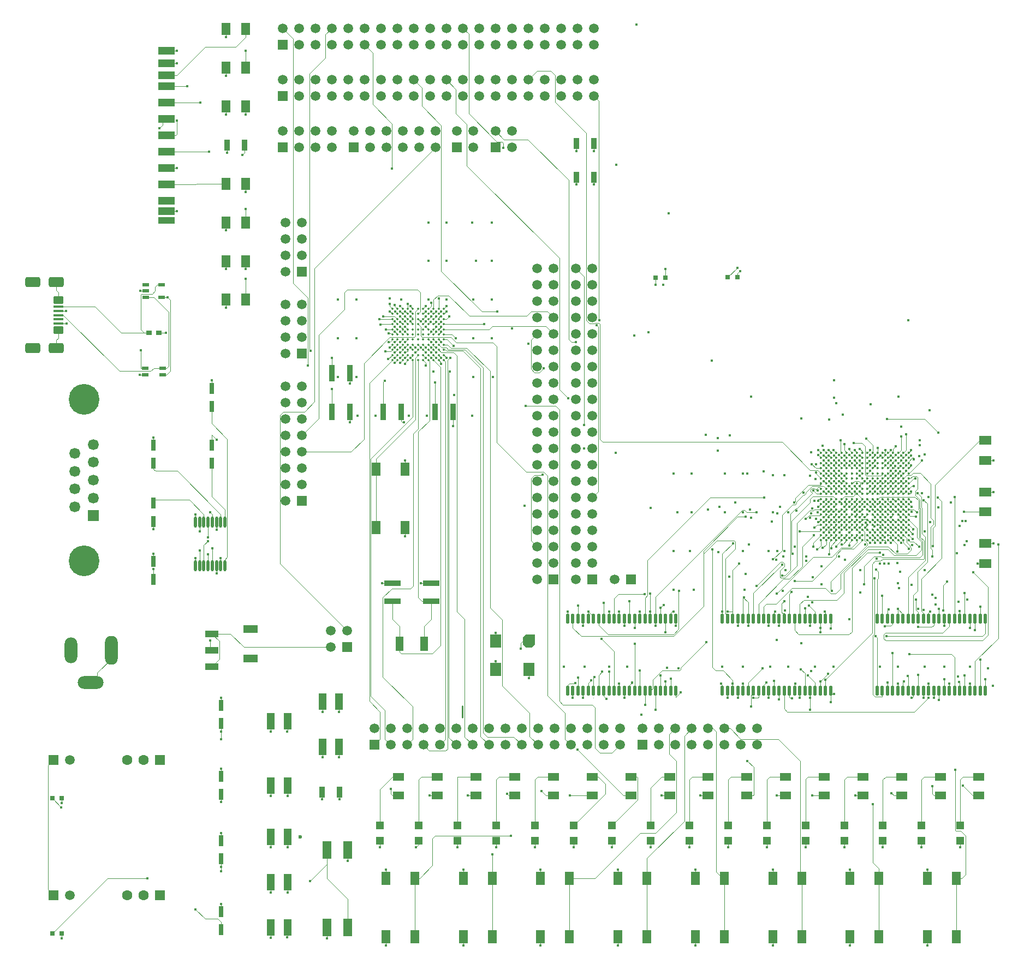
<source format=gtl>
%FSLAX44Y44*%
%MOMM*%
G71*
G01*
G75*
G04 Layer_Physical_Order=1*
G04 Layer_Color=255*
%ADD10R,2.5000X1.2600*%
%ADD11R,2.5000X1.0000*%
%ADD12R,1.3000X1.3000*%
%ADD13R,2.6000X0.9500*%
%ADD14R,1.0000X1.0000*%
G04:AMPARAMS|DCode=15|XSize=1.8mm|YSize=2mm|CornerRadius=0mm|HoleSize=0mm|Usage=FLASHONLY|Rotation=180.000|XOffset=0mm|YOffset=0mm|HoleType=Round|Shape=Octagon|*
%AMOCTAGOND15*
4,1,8,0.4500,-1.0000,-0.4500,-1.0000,-0.9000,-0.5500,-0.9000,0.5500,-0.4500,1.0000,0.4500,1.0000,0.9000,0.5500,0.9000,-0.5500,0.4500,-1.0000,0.0*
%
%ADD15OCTAGOND15*%

%ADD16R,1.8000X2.0000*%
%ADD17O,0.4500X1.8000*%
%ADD18R,1.8000X1.1500*%
%ADD19R,0.9500X1.7000*%
%ADD20R,0.8000X0.8000*%
%ADD21R,1.3500X2.8000*%
%ADD22R,1.2000X2.6000*%
%ADD23R,0.7000X1.8000*%
%ADD24R,0.9500X2.6000*%
%ADD25C,0.3500*%
%ADD26R,1.3500X1.9000*%
%ADD27R,1.4000X2.1000*%
G04:AMPARAMS|DCode=28|XSize=1.5mm|YSize=0.35mm|CornerRadius=0.035mm|HoleSize=0mm|Usage=FLASHONLY|Rotation=0.000|XOffset=0mm|YOffset=0mm|HoleType=Round|Shape=RoundedRectangle|*
%AMROUNDEDRECTD28*
21,1,1.5000,0.2800,0,0,0.0*
21,1,1.4300,0.3500,0,0,0.0*
1,1,0.0700,0.7150,-0.1400*
1,1,0.0700,-0.7150,-0.1400*
1,1,0.0700,-0.7150,0.1400*
1,1,0.0700,0.7150,0.1400*
%
%ADD28ROUNDEDRECTD28*%
G04:AMPARAMS|DCode=29|XSize=1.5mm|YSize=1.2mm|CornerRadius=0.12mm|HoleSize=0mm|Usage=FLASHONLY|Rotation=0.000|XOffset=0mm|YOffset=0mm|HoleType=Round|Shape=RoundedRectangle|*
%AMROUNDEDRECTD29*
21,1,1.5000,0.9600,0,0,0.0*
21,1,1.2600,1.2000,0,0,0.0*
1,1,0.2400,0.6300,-0.4800*
1,1,0.2400,-0.6300,-0.4800*
1,1,0.2400,-0.6300,0.4800*
1,1,0.2400,0.6300,0.4800*
%
%ADD29ROUNDEDRECTD29*%
%ADD30R,0.8500X0.7000*%
%ADD31R,1.1176X0.6096*%
%ADD32R,1.1000X0.6000*%
%ADD33R,1.3000X2.2000*%
%ADD34O,0.5500X1.6000*%
%ADD35R,2.2000X1.2000*%
%ADD36R,2.0000X1.0000*%
%ADD37R,1.9000X1.3500*%
%ADD38C,0.3600*%
%ADD39C,0.1000*%
%ADD40C,0.2540*%
%ADD41C,1.5000*%
%ADD42C,1.5000*%
%ADD43O,4.0000X2.0000*%
%ADD44O,2.0000X4.0000*%
%ADD45O,2.0000X4.5000*%
%ADD46C,1.6000*%
%ADD47R,1.6000X1.6000*%
%ADD48R,1.5000X1.5000*%
G04:AMPARAMS|DCode=49|XSize=2.4mm|YSize=1.6mm|CornerRadius=0.4mm|HoleSize=0mm|Usage=FLASHONLY|Rotation=0.000|XOffset=0mm|YOffset=0mm|HoleType=Round|Shape=RoundedRectangle|*
%AMROUNDEDRECTD49*
21,1,2.4000,0.8000,0,0,0.0*
21,1,1.6000,1.6000,0,0,0.0*
1,1,0.8000,0.8000,-0.4000*
1,1,0.8000,-0.8000,-0.4000*
1,1,0.8000,-0.8000,0.4000*
1,1,0.8000,0.8000,0.4000*
%
%ADD49ROUNDEDRECTD49*%
%ADD50C,1.6900*%
%ADD51R,1.6900X1.6900*%
%ADD52C,4.7600*%
%ADD53R,1.5000X1.5000*%
%ADD54C,0.4000*%
%ADD55C,0.6000*%
D10*
X750000Y2168390D02*
D03*
Y2193790D02*
D03*
Y2219190D02*
D03*
Y2142990D02*
D03*
Y2117590D02*
D03*
Y2101080D02*
D03*
Y2244590D02*
D03*
Y2269990D02*
D03*
Y2295390D02*
D03*
Y2311900D02*
D03*
Y2330950D02*
D03*
Y2350000D02*
D03*
D11*
Y2087110D02*
D03*
D12*
X1981000Y1124000D02*
D03*
Y1148000D02*
D03*
X1921000Y1124000D02*
D03*
Y1148000D02*
D03*
X1861000Y1124000D02*
D03*
Y1148000D02*
D03*
X1801000Y1124000D02*
D03*
Y1148000D02*
D03*
X1741000Y1124000D02*
D03*
Y1148000D02*
D03*
X1681000Y1124000D02*
D03*
Y1148000D02*
D03*
X1621000Y1124000D02*
D03*
Y1148000D02*
D03*
X1561000Y1124000D02*
D03*
Y1148000D02*
D03*
X1501000Y1124000D02*
D03*
Y1148000D02*
D03*
X1441000Y1124000D02*
D03*
Y1148000D02*
D03*
X1381000Y1124000D02*
D03*
Y1148000D02*
D03*
X1321000Y1124000D02*
D03*
Y1148000D02*
D03*
X1261000Y1124000D02*
D03*
Y1148000D02*
D03*
X1201000Y1124000D02*
D03*
Y1148000D02*
D03*
X1141000Y1124000D02*
D03*
Y1148000D02*
D03*
X1081000Y1124000D02*
D03*
Y1148000D02*
D03*
D13*
X1160000Y1524000D02*
D03*
Y1496000D02*
D03*
X1100000D02*
D03*
Y1524000D02*
D03*
D14*
X1316000Y1439000D02*
D03*
D15*
X1312000Y1434000D02*
D03*
D16*
X1260000Y1390000D02*
D03*
X1312000D02*
D03*
X1260000Y1434000D02*
D03*
D17*
X840250Y1619000D02*
D03*
X833750D02*
D03*
X827250D02*
D03*
X820750D02*
D03*
X814250D02*
D03*
X807750D02*
D03*
X801250D02*
D03*
X794750D02*
D03*
X840250Y1551000D02*
D03*
X833750D02*
D03*
X827250D02*
D03*
X820750D02*
D03*
X814250D02*
D03*
X807750D02*
D03*
X801250D02*
D03*
X794750D02*
D03*
D18*
X2010000Y1194500D02*
D03*
Y1223500D02*
D03*
X1950000Y1194500D02*
D03*
Y1223500D02*
D03*
X1890000Y1194500D02*
D03*
Y1223500D02*
D03*
X1830000Y1194500D02*
D03*
Y1223500D02*
D03*
X1770000Y1194500D02*
D03*
Y1223500D02*
D03*
X1710000Y1194500D02*
D03*
Y1223500D02*
D03*
X1650000Y1194500D02*
D03*
Y1223500D02*
D03*
X1590000Y1194500D02*
D03*
Y1223500D02*
D03*
X1530000Y1194500D02*
D03*
Y1223500D02*
D03*
X1470000Y1194500D02*
D03*
Y1223500D02*
D03*
X1410000Y1194500D02*
D03*
Y1223500D02*
D03*
X1350000Y1194500D02*
D03*
Y1223500D02*
D03*
X1290000Y1194500D02*
D03*
Y1223500D02*
D03*
X1230000Y1194500D02*
D03*
Y1223500D02*
D03*
X1170000Y1194500D02*
D03*
Y1223500D02*
D03*
X1110000Y1194500D02*
D03*
Y1223500D02*
D03*
D19*
X1385500Y2206000D02*
D03*
X1412500D02*
D03*
Y2154000D02*
D03*
X1385500D02*
D03*
X1018100Y1200000D02*
D03*
X991100D02*
D03*
X870800Y2203810D02*
D03*
X843800D02*
D03*
D20*
X1523500Y1998000D02*
D03*
X1508500D02*
D03*
X1635500Y1999000D02*
D03*
X1620500D02*
D03*
X572500Y980000D02*
D03*
X587500D02*
D03*
X572500Y1190000D02*
D03*
X587500D02*
D03*
D21*
X998600Y990000D02*
D03*
X1030600D02*
D03*
X998600Y1110000D02*
D03*
X1030600D02*
D03*
D22*
X937350Y990000D02*
D03*
X911850D02*
D03*
X937350Y1060000D02*
D03*
X911850D02*
D03*
X937350Y1130000D02*
D03*
X911850D02*
D03*
X937350Y1310000D02*
D03*
X911850D02*
D03*
X1017350Y1340000D02*
D03*
X991850D02*
D03*
X937350Y1210000D02*
D03*
X911850D02*
D03*
X1017350Y1270000D02*
D03*
X991850D02*
D03*
D23*
X834600Y1124000D02*
D03*
Y1096000D02*
D03*
Y1014000D02*
D03*
Y986000D02*
D03*
Y1334000D02*
D03*
Y1306000D02*
D03*
Y1224000D02*
D03*
Y1196000D02*
D03*
X820000Y1826500D02*
D03*
Y1798500D02*
D03*
X729750Y1738000D02*
D03*
Y1710000D02*
D03*
Y1648000D02*
D03*
Y1620000D02*
D03*
X820000Y1738000D02*
D03*
Y1710000D02*
D03*
X729750Y1558000D02*
D03*
Y1530000D02*
D03*
D24*
X1034000Y1850000D02*
D03*
X1006000D02*
D03*
X1034000Y1790000D02*
D03*
X1006000D02*
D03*
X1114000D02*
D03*
X1086000D02*
D03*
X1194000D02*
D03*
X1166000D02*
D03*
D25*
X1180000Y1870000D02*
D03*
X1172000D02*
D03*
X1164000D02*
D03*
X1156000D02*
D03*
X1148000D02*
D03*
X1140000D02*
D03*
X1132000D02*
D03*
X1124000D02*
D03*
X1116000D02*
D03*
X1108000D02*
D03*
X1100000D02*
D03*
X1180000Y1878000D02*
D03*
X1172000D02*
D03*
X1164000D02*
D03*
X1156000D02*
D03*
X1148000D02*
D03*
X1140000D02*
D03*
X1132000D02*
D03*
X1124000D02*
D03*
X1116000D02*
D03*
X1108000D02*
D03*
X1100000D02*
D03*
X1180000Y1886000D02*
D03*
X1172000D02*
D03*
X1164000D02*
D03*
X1156000D02*
D03*
X1148000D02*
D03*
X1140000D02*
D03*
X1132000D02*
D03*
X1124000D02*
D03*
X1116000D02*
D03*
X1108000D02*
D03*
X1100000D02*
D03*
X1180000Y1894000D02*
D03*
X1172000D02*
D03*
X1164000D02*
D03*
X1156000D02*
D03*
X1148000D02*
D03*
X1140000D02*
D03*
X1132000D02*
D03*
X1124000D02*
D03*
X1116000D02*
D03*
X1108000D02*
D03*
X1100000D02*
D03*
X1180000Y1902000D02*
D03*
X1172000D02*
D03*
X1164000D02*
D03*
X1156000D02*
D03*
X1148000D02*
D03*
X1140000D02*
D03*
X1132000D02*
D03*
X1124000D02*
D03*
X1116000D02*
D03*
X1108000D02*
D03*
X1100000D02*
D03*
X1180000Y1910000D02*
D03*
X1172000D02*
D03*
X1164000D02*
D03*
X1156000D02*
D03*
X1148000D02*
D03*
X1140000D02*
D03*
X1132000D02*
D03*
X1124000D02*
D03*
X1116000D02*
D03*
X1108000D02*
D03*
X1100000D02*
D03*
X1180000Y1918000D02*
D03*
X1172000D02*
D03*
X1164000D02*
D03*
X1156000D02*
D03*
X1148000D02*
D03*
X1140000D02*
D03*
X1132000D02*
D03*
X1124000D02*
D03*
X1116000D02*
D03*
X1108000D02*
D03*
X1100000D02*
D03*
X1180000Y1926000D02*
D03*
X1172000D02*
D03*
X1164000D02*
D03*
X1156000D02*
D03*
X1148000D02*
D03*
X1140000D02*
D03*
X1132000D02*
D03*
X1124000D02*
D03*
X1116000D02*
D03*
X1108000D02*
D03*
X1100000D02*
D03*
X1180000Y1934000D02*
D03*
X1172000D02*
D03*
X1164000D02*
D03*
X1156000D02*
D03*
X1148000D02*
D03*
X1140000D02*
D03*
X1132000D02*
D03*
X1124000D02*
D03*
X1116000D02*
D03*
X1108000D02*
D03*
X1100000D02*
D03*
X1180000Y1942000D02*
D03*
X1172000D02*
D03*
X1164000D02*
D03*
X1156000D02*
D03*
X1148000D02*
D03*
X1140000D02*
D03*
X1132000D02*
D03*
X1124000D02*
D03*
X1116000D02*
D03*
X1108000D02*
D03*
X1100000D02*
D03*
X1180000Y1950000D02*
D03*
X1172000D02*
D03*
X1164000D02*
D03*
X1156000D02*
D03*
X1148000D02*
D03*
X1140000D02*
D03*
X1132000D02*
D03*
X1124000D02*
D03*
X1116000D02*
D03*
X1108000D02*
D03*
X1100000D02*
D03*
D26*
X841800Y2263810D02*
D03*
X872800D02*
D03*
X841800Y2323810D02*
D03*
X872800D02*
D03*
X841800Y2383810D02*
D03*
X872800D02*
D03*
X841800Y1963810D02*
D03*
X872800D02*
D03*
X841800Y2023810D02*
D03*
X872800D02*
D03*
X841800Y2083810D02*
D03*
X872800D02*
D03*
X841800Y2143810D02*
D03*
X872800D02*
D03*
D27*
X1930000Y975000D02*
D03*
Y1066000D02*
D03*
X1975000D02*
D03*
Y975000D02*
D03*
X1810000D02*
D03*
Y1066000D02*
D03*
X1855000D02*
D03*
Y975000D02*
D03*
X1690000D02*
D03*
Y1066000D02*
D03*
X1735000D02*
D03*
Y975000D02*
D03*
X1570000D02*
D03*
Y1066000D02*
D03*
X1615000D02*
D03*
Y975000D02*
D03*
X1450000D02*
D03*
Y1066000D02*
D03*
X1495000D02*
D03*
Y975000D02*
D03*
X1330000D02*
D03*
Y1066000D02*
D03*
X1375000D02*
D03*
Y975000D02*
D03*
X1210000D02*
D03*
Y1066000D02*
D03*
X1255000D02*
D03*
Y975000D02*
D03*
X1090000D02*
D03*
Y1066000D02*
D03*
X1135000D02*
D03*
Y975000D02*
D03*
X1120000Y1701000D02*
D03*
Y1610000D02*
D03*
X1075000D02*
D03*
Y1701000D02*
D03*
D28*
X582001Y1927000D02*
D03*
Y1933500D02*
D03*
Y1940000D02*
D03*
Y1946500D02*
D03*
Y1953000D02*
D03*
D29*
Y1916500D02*
D03*
Y1963500D02*
D03*
D30*
X722250Y1912500D02*
D03*
X737750D02*
D03*
D31*
X742500Y1987000D02*
D03*
Y1968000D02*
D03*
X717500Y1977500D02*
D03*
Y1968000D02*
D03*
Y1987000D02*
D03*
D32*
X716500Y1857500D02*
D03*
Y1847500D02*
D03*
X743500Y1857500D02*
D03*
Y1847500D02*
D03*
D33*
X1149000Y1430000D02*
D03*
X1111000D02*
D03*
D34*
X1372000Y1357000D02*
D03*
X1380000D02*
D03*
X1388000D02*
D03*
X1396000D02*
D03*
X1404000D02*
D03*
X1412000D02*
D03*
X1420000D02*
D03*
X1428000D02*
D03*
X1436000D02*
D03*
X1444000D02*
D03*
X1452000D02*
D03*
X1460000D02*
D03*
X1468000D02*
D03*
X1476000D02*
D03*
X1484000D02*
D03*
X1492000D02*
D03*
X1500000D02*
D03*
X1508000D02*
D03*
X1516000D02*
D03*
X1524000D02*
D03*
X1532000D02*
D03*
X1540000D02*
D03*
X1372000Y1469000D02*
D03*
X1380000D02*
D03*
X1388000D02*
D03*
X1396000D02*
D03*
X1404000D02*
D03*
X1412000D02*
D03*
X1420000D02*
D03*
X1428000D02*
D03*
X1436000D02*
D03*
X1444000D02*
D03*
X1452000D02*
D03*
X1460000D02*
D03*
X1468000D02*
D03*
X1476000D02*
D03*
X1484000D02*
D03*
X1492000D02*
D03*
X1500000D02*
D03*
X1508000D02*
D03*
X1516000D02*
D03*
X1524000D02*
D03*
X1532000D02*
D03*
X1540000D02*
D03*
X1612000Y1357000D02*
D03*
X1620000D02*
D03*
X1628000D02*
D03*
X1636000D02*
D03*
X1644000D02*
D03*
X1652000D02*
D03*
X1660000D02*
D03*
X1668000D02*
D03*
X1676000D02*
D03*
X1684000D02*
D03*
X1692000D02*
D03*
X1700000D02*
D03*
X1708000D02*
D03*
X1716000D02*
D03*
X1724000D02*
D03*
X1732000D02*
D03*
X1740000D02*
D03*
X1748000D02*
D03*
X1756000D02*
D03*
X1764000D02*
D03*
X1772000D02*
D03*
X1780000D02*
D03*
X1612000Y1469000D02*
D03*
X1620000D02*
D03*
X1628000D02*
D03*
X1636000D02*
D03*
X1644000D02*
D03*
X1652000D02*
D03*
X1660000D02*
D03*
X1668000D02*
D03*
X1676000D02*
D03*
X1684000D02*
D03*
X1692000D02*
D03*
X1700000D02*
D03*
X1708000D02*
D03*
X1716000D02*
D03*
X1724000D02*
D03*
X1732000D02*
D03*
X1740000D02*
D03*
X1748000D02*
D03*
X1756000D02*
D03*
X1764000D02*
D03*
X1772000D02*
D03*
X1780000D02*
D03*
X1852000Y1357000D02*
D03*
X1860000D02*
D03*
X1868000D02*
D03*
X1876000D02*
D03*
X1884000D02*
D03*
X1892000D02*
D03*
X1900000D02*
D03*
X1908000D02*
D03*
X1916000D02*
D03*
X1924000D02*
D03*
X1932000D02*
D03*
X1940000D02*
D03*
X1948000D02*
D03*
X1956000D02*
D03*
X1964000D02*
D03*
X1972000D02*
D03*
X1980000D02*
D03*
X1988000D02*
D03*
X1996000D02*
D03*
X2004000D02*
D03*
X2012000D02*
D03*
X2020000D02*
D03*
X1852000Y1469000D02*
D03*
X1860000D02*
D03*
X1868000D02*
D03*
X1876000D02*
D03*
X1884000D02*
D03*
X1892000D02*
D03*
X1900000D02*
D03*
X1908000D02*
D03*
X1916000D02*
D03*
X1924000D02*
D03*
X1932000D02*
D03*
X1940000D02*
D03*
X1948000D02*
D03*
X1956000D02*
D03*
X1964000D02*
D03*
X1972000D02*
D03*
X1980000D02*
D03*
X1988000D02*
D03*
X1996000D02*
D03*
X2004000D02*
D03*
X2012000D02*
D03*
X2020000D02*
D03*
D35*
X880000Y1407500D02*
D03*
Y1452550D02*
D03*
D36*
X820000Y1445550D02*
D03*
Y1394750D02*
D03*
Y1420150D02*
D03*
D37*
X2020000Y1714500D02*
D03*
Y1745500D02*
D03*
Y1665500D02*
D03*
Y1634500D02*
D03*
Y1585500D02*
D03*
Y1554500D02*
D03*
D38*
X1765000Y1726500D02*
D03*
X1773000D02*
D03*
X1781000D02*
D03*
X1789000D02*
D03*
X1797000D02*
D03*
X1805000D02*
D03*
X1813000D02*
D03*
X1821000D02*
D03*
X1829000D02*
D03*
X1837000D02*
D03*
X1845000D02*
D03*
X1853000D02*
D03*
X1861000D02*
D03*
X1869000D02*
D03*
X1877000D02*
D03*
X1885000D02*
D03*
X1893000D02*
D03*
X1901000D02*
D03*
X1765000Y1718500D02*
D03*
X1773000D02*
D03*
X1781000D02*
D03*
X1789000D02*
D03*
X1797000D02*
D03*
X1805000D02*
D03*
X1813000D02*
D03*
X1821000D02*
D03*
X1829000D02*
D03*
X1837000D02*
D03*
X1845000D02*
D03*
X1853000D02*
D03*
X1861000D02*
D03*
X1869000D02*
D03*
X1877000D02*
D03*
X1885000D02*
D03*
X1893000D02*
D03*
X1901000D02*
D03*
X1765000Y1710500D02*
D03*
X1773000D02*
D03*
X1781000D02*
D03*
X1789000D02*
D03*
X1797000D02*
D03*
X1805000D02*
D03*
X1813000D02*
D03*
X1821000D02*
D03*
X1829000D02*
D03*
X1837000D02*
D03*
X1845000D02*
D03*
X1853000D02*
D03*
X1861000D02*
D03*
X1869000D02*
D03*
X1877000D02*
D03*
X1885000D02*
D03*
X1893000D02*
D03*
X1901000D02*
D03*
X1765000Y1702500D02*
D03*
X1773000D02*
D03*
X1781000D02*
D03*
X1789000D02*
D03*
X1797000D02*
D03*
X1805000D02*
D03*
X1813000D02*
D03*
X1821000D02*
D03*
X1829000D02*
D03*
X1837000D02*
D03*
X1845000D02*
D03*
X1853000D02*
D03*
X1861000D02*
D03*
X1869000D02*
D03*
X1877000D02*
D03*
X1885000D02*
D03*
X1893000D02*
D03*
X1901000D02*
D03*
X1765000Y1694500D02*
D03*
X1773000D02*
D03*
X1781000D02*
D03*
X1789000D02*
D03*
X1797000D02*
D03*
X1805000D02*
D03*
X1813000D02*
D03*
X1821000D02*
D03*
X1829000D02*
D03*
X1837000D02*
D03*
X1845000D02*
D03*
X1853000D02*
D03*
X1861000D02*
D03*
X1869000D02*
D03*
X1877000D02*
D03*
X1885000D02*
D03*
X1893000D02*
D03*
X1901000D02*
D03*
X1765000Y1686500D02*
D03*
X1773000D02*
D03*
X1781000D02*
D03*
X1789000D02*
D03*
X1797000D02*
D03*
X1805000D02*
D03*
X1813000D02*
D03*
X1821000D02*
D03*
X1829000D02*
D03*
X1837000D02*
D03*
X1845000D02*
D03*
X1853000D02*
D03*
X1861000D02*
D03*
X1869000D02*
D03*
X1877000D02*
D03*
X1885000D02*
D03*
X1893000D02*
D03*
X1901000D02*
D03*
X1765000Y1678500D02*
D03*
X1773000D02*
D03*
X1781000D02*
D03*
X1789000D02*
D03*
X1797000D02*
D03*
X1805000D02*
D03*
X1813000D02*
D03*
X1821000D02*
D03*
X1829000D02*
D03*
X1837000D02*
D03*
X1845000D02*
D03*
X1853000D02*
D03*
X1861000D02*
D03*
X1869000D02*
D03*
X1877000D02*
D03*
X1885000D02*
D03*
X1893000D02*
D03*
X1901000D02*
D03*
X1765000Y1670500D02*
D03*
X1773000D02*
D03*
X1781000D02*
D03*
X1789000D02*
D03*
X1797000D02*
D03*
X1805000D02*
D03*
X1813000D02*
D03*
X1821000D02*
D03*
X1829000D02*
D03*
X1837000D02*
D03*
X1845000D02*
D03*
X1853000D02*
D03*
X1861000D02*
D03*
X1869000D02*
D03*
X1877000D02*
D03*
X1885000D02*
D03*
X1893000D02*
D03*
X1901000D02*
D03*
X1765000Y1662500D02*
D03*
X1773000D02*
D03*
X1781000D02*
D03*
X1789000D02*
D03*
X1797000D02*
D03*
X1805000D02*
D03*
X1813000D02*
D03*
X1821000D02*
D03*
X1829000D02*
D03*
X1837000D02*
D03*
X1845000D02*
D03*
X1853000D02*
D03*
X1861000D02*
D03*
X1869000D02*
D03*
X1877000D02*
D03*
X1885000D02*
D03*
X1893000D02*
D03*
X1901000D02*
D03*
X1765000Y1654500D02*
D03*
X1773000D02*
D03*
X1781000D02*
D03*
X1789000D02*
D03*
X1797000D02*
D03*
X1805000D02*
D03*
X1813000D02*
D03*
X1821000D02*
D03*
X1829000D02*
D03*
X1837000D02*
D03*
X1845000D02*
D03*
X1853000D02*
D03*
X1861000D02*
D03*
X1869000D02*
D03*
X1877000D02*
D03*
X1885000D02*
D03*
X1893000D02*
D03*
X1901000D02*
D03*
X1765000Y1646500D02*
D03*
X1773000D02*
D03*
X1781000D02*
D03*
X1789000D02*
D03*
X1797000D02*
D03*
X1805000D02*
D03*
X1813000D02*
D03*
X1821000D02*
D03*
X1829000D02*
D03*
X1837000D02*
D03*
X1845000D02*
D03*
X1853000D02*
D03*
X1861000D02*
D03*
X1869000D02*
D03*
X1877000D02*
D03*
X1885000D02*
D03*
X1893000D02*
D03*
X1901000D02*
D03*
X1765000Y1638500D02*
D03*
X1773000D02*
D03*
X1781000D02*
D03*
X1789000D02*
D03*
X1797000D02*
D03*
X1805000D02*
D03*
X1813000D02*
D03*
X1821000D02*
D03*
X1829000D02*
D03*
X1837000D02*
D03*
X1845000D02*
D03*
X1853000D02*
D03*
X1861000D02*
D03*
X1869000D02*
D03*
X1877000D02*
D03*
X1885000D02*
D03*
X1893000D02*
D03*
X1901000D02*
D03*
X1765000Y1630500D02*
D03*
X1773000D02*
D03*
X1781000D02*
D03*
X1789000D02*
D03*
X1797000D02*
D03*
X1805000D02*
D03*
X1813000D02*
D03*
X1821000D02*
D03*
X1829000D02*
D03*
X1837000D02*
D03*
X1845000D02*
D03*
X1853000D02*
D03*
X1861000D02*
D03*
X1869000D02*
D03*
X1877000D02*
D03*
X1885000D02*
D03*
X1893000D02*
D03*
X1901000D02*
D03*
X1765000Y1622500D02*
D03*
X1773000D02*
D03*
X1781000D02*
D03*
X1789000D02*
D03*
X1797000D02*
D03*
X1805000D02*
D03*
X1813000D02*
D03*
X1821000D02*
D03*
X1829000D02*
D03*
X1837000D02*
D03*
X1845000D02*
D03*
X1853000D02*
D03*
X1861000D02*
D03*
X1869000D02*
D03*
X1877000D02*
D03*
X1885000D02*
D03*
X1893000D02*
D03*
X1901000D02*
D03*
X1765000Y1614500D02*
D03*
X1773000D02*
D03*
X1781000D02*
D03*
X1789000D02*
D03*
X1797000D02*
D03*
X1805000D02*
D03*
X1813000D02*
D03*
X1821000D02*
D03*
X1829000D02*
D03*
X1837000D02*
D03*
X1845000D02*
D03*
X1853000D02*
D03*
X1861000D02*
D03*
X1869000D02*
D03*
X1877000D02*
D03*
X1885000D02*
D03*
X1893000D02*
D03*
X1901000D02*
D03*
X1765000Y1606500D02*
D03*
X1773000D02*
D03*
X1781000D02*
D03*
X1789000D02*
D03*
X1797000D02*
D03*
X1805000D02*
D03*
X1813000D02*
D03*
X1821000D02*
D03*
X1829000D02*
D03*
X1837000D02*
D03*
X1845000D02*
D03*
X1853000D02*
D03*
X1861000D02*
D03*
X1869000D02*
D03*
X1877000D02*
D03*
X1885000D02*
D03*
X1893000D02*
D03*
X1901000D02*
D03*
X1765000Y1598500D02*
D03*
X1773000D02*
D03*
X1781000D02*
D03*
X1789000D02*
D03*
X1797000D02*
D03*
X1805000D02*
D03*
X1813000D02*
D03*
X1821000D02*
D03*
X1829000D02*
D03*
X1837000D02*
D03*
X1845000D02*
D03*
X1853000D02*
D03*
X1861000D02*
D03*
X1869000D02*
D03*
X1877000D02*
D03*
X1885000D02*
D03*
X1893000D02*
D03*
X1901000D02*
D03*
X1765000Y1590500D02*
D03*
X1773000D02*
D03*
X1781000D02*
D03*
X1789000D02*
D03*
X1797000D02*
D03*
X1805000D02*
D03*
X1813000D02*
D03*
X1821000D02*
D03*
X1829000D02*
D03*
X1837000D02*
D03*
X1845000D02*
D03*
X1853000D02*
D03*
X1861000D02*
D03*
X1869000D02*
D03*
X1877000D02*
D03*
X1885000D02*
D03*
X1893000D02*
D03*
X1901000D02*
D03*
D39*
X1856750Y1642250D02*
X1860500Y1638500D01*
X1853000Y1646500D02*
X1857000Y1650500D01*
X1833000Y1626500D02*
X1837000Y1630500D01*
Y1630500D01*
X1829000Y1622750D02*
X1836250D01*
X1860500Y1638500D02*
X1861000D01*
X1411986Y1345946D02*
X1412000Y1345960D01*
X1644000Y1502250D02*
X1652000Y1494250D01*
Y1469000D02*
Y1494250D01*
X1644000Y1469000D02*
Y1502250D01*
X1403750Y1480500D02*
X1412000Y1472250D01*
Y1469000D02*
Y1472250D01*
X1865000Y1634500D02*
X1869000Y1630500D01*
X1880814Y1569268D02*
X1898468D01*
X1893000Y1586546D02*
X1901500Y1578046D01*
X1902714Y1580986D02*
X1905000Y1578700D01*
X1902714Y1580986D02*
Y1582110D01*
X1898468Y1569268D02*
X1905000Y1575800D01*
Y1578700D01*
X1901500Y1577250D02*
Y1578046D01*
X1877000Y1622500D02*
X1881000Y1618500D01*
X1829000Y1606500D02*
X1832356Y1603144D01*
Y1590179D02*
Y1603144D01*
X1845000Y1614500D02*
X1847870Y1611630D01*
X1848866D01*
X1848746Y1611750D02*
X1848866Y1611630D01*
X1847500Y1611750D02*
X1848746D01*
X1856994Y1610614D02*
Y1613408D01*
X1853000Y1606500D02*
X1856994Y1602506D01*
X1854962Y1620520D02*
X1856994Y1618488D01*
X1853000Y1620520D02*
X1854962D01*
X1853000D02*
Y1622500D01*
X1849000Y1626500D02*
Y1626500D01*
X1849012Y1618488D02*
X1849120D01*
X1837790Y1580708D02*
X1869375D01*
X1857812Y1565458D02*
X1859900Y1563370D01*
X1846890Y1565458D02*
X1857812D01*
X1849120Y1558346D02*
X1857446D01*
X1844436Y1553662D02*
X1849120Y1558346D01*
X1547500Y1392500D02*
X1587250Y1432250D01*
X1518520Y1388468D02*
X1545450D01*
X1503750Y1373698D02*
X1518520Y1388468D01*
X1547500Y1390518D02*
Y1392500D01*
X1545450Y1388468D02*
X1547500Y1390518D01*
X1503750Y1360750D02*
Y1373698D01*
X1500000Y1357000D02*
X1503750Y1360750D01*
X1885000Y1622500D02*
X1889000Y1618500D01*
X1946402Y1656842D02*
X1952250Y1650994D01*
Y1562614D02*
Y1650994D01*
X1920550Y1530914D02*
X1952250Y1562614D01*
X1734000Y1390250D02*
X1740000Y1384250D01*
Y1357000D02*
Y1384250D01*
X1801000Y1666500D02*
X1804750Y1662750D01*
X1833171Y1618329D02*
X1837000Y1614500D01*
X1841083Y1618579D02*
X1841090D01*
X1840992Y1618488D02*
X1841083Y1618579D01*
X1833171Y1618329D02*
X1834090D01*
X1849080Y1642580D02*
X1849090D01*
X1849000Y1642500D02*
X1849080Y1642580D01*
X1841080D02*
X1842090D01*
X1841000Y1642500D02*
X1841080Y1642580D01*
X1793000Y1666500D02*
X1797000Y1662500D01*
X1792986Y1690514D02*
Y1690624D01*
Y1690514D02*
X1797000Y1686500D01*
X1783986Y1634500D02*
X1785000D01*
X1845056Y1442466D02*
X1847342Y1444752D01*
X1847250Y1444500D02*
X1847750Y1445000D01*
Y1530750D01*
X1848250Y1531250D01*
X1883500Y1484250D02*
X1884000Y1483750D01*
X1853636Y1531422D02*
Y1541582D01*
X1852000Y1529786D02*
X1853636Y1531422D01*
X1850136Y1545082D02*
X1853636Y1541582D01*
X1852000Y1469000D02*
Y1529786D01*
X1844436Y1446576D02*
Y1553662D01*
X1772000Y1374140D02*
X1844436Y1446576D01*
X1884000Y1469000D02*
Y1483750D01*
X1892000Y1475750D01*
Y1469000D02*
Y1475750D01*
X1978750Y1370750D02*
X1980000Y1369500D01*
X1978750Y1370750D02*
X1979250D01*
X1972000Y1357000D02*
Y1408938D01*
X1956000Y1357000D02*
Y1375156D01*
X1964000Y1357000D02*
Y1368044D01*
X1980000Y1357000D02*
Y1369500D01*
X1763750Y1676750D02*
X1765000Y1678000D01*
X1745460Y1676750D02*
X1763750D01*
X1725000Y1656290D02*
X1745460Y1676750D01*
X1725000Y1651000D02*
Y1656290D01*
X1723500Y1649500D02*
X1725000Y1651000D01*
X1704404Y1575118D02*
Y1629353D01*
X1721051Y1646000D02*
X1724950D01*
X1704404Y1629353D02*
X1721051Y1646000D01*
X1741622Y1664622D02*
X1751750Y1674750D01*
X1741622Y1663012D02*
Y1664622D01*
X1739572Y1660962D02*
X1741622Y1663012D01*
X1737962Y1660962D02*
X1739572D01*
X1727000Y1650000D02*
X1737962Y1660962D01*
X1727000Y1648050D02*
Y1650000D01*
X1724950Y1646000D02*
X1727000Y1648050D01*
X1751750Y1674750D02*
X1768750D01*
X1751257Y1671251D02*
X1754157D01*
X1749207Y1669201D02*
X1751257Y1671251D01*
X1749207Y1666302D02*
Y1669201D01*
X1768750Y1674750D02*
X1768750D01*
X1690116Y1560830D02*
X1704404Y1575118D01*
X1717548Y1544432D02*
Y1631820D01*
X1725750Y1640022D01*
X1756951Y1669201D02*
X1760500Y1672750D01*
X1756207Y1669201D02*
X1756951D01*
X1751257Y1663507D02*
Y1664251D01*
X1727772Y1640022D02*
X1751257Y1663507D01*
X1754157Y1671251D02*
X1756207Y1669201D01*
X1749207Y1666302D02*
X1751257Y1664251D01*
X1725750Y1640022D02*
X1727772D01*
X1760500Y1672750D02*
X1762750D01*
X1752600Y1658874D02*
X1784626D01*
X1747774Y1654048D02*
X1752600Y1658874D01*
X1747774Y1648968D02*
Y1654048D01*
X1752707Y1667751D02*
X1757958Y1662500D01*
X1765000D01*
X1762750Y1672750D02*
X1765000Y1670500D01*
X1768750Y1674750D02*
X1773000Y1670500D01*
X956750Y1129750D02*
X957500Y1130500D01*
X1620500Y1999000D02*
X1635000Y2013500D01*
X1639250Y2008000D02*
Y2009178D01*
X1635500Y2004500D02*
X1639000Y2008000D01*
X1635500Y1999000D02*
Y2004500D01*
X1508500Y1986750D02*
Y1998000D01*
X1523500D02*
Y2012000D01*
X1635500Y1999000D02*
X1636580Y2000080D01*
X1732788Y1065784D02*
X1735000D01*
X1732788D02*
Y1248156D01*
X1735000Y975000D02*
Y1065784D01*
X1612900D02*
X1615000D01*
Y975000D02*
Y1065784D01*
X743712Y2234946D02*
Y2244590D01*
X1075000Y1701000D02*
Y1717112D01*
Y1610000D02*
Y1655318D01*
X998600Y1087754D02*
Y1110000D01*
Y1065780D02*
Y1087754D01*
X817626Y1420150D02*
Y1435354D01*
X679316Y1912500D02*
X715264D01*
X729750Y1653540D02*
X785144D01*
X834600Y1084000D02*
Y1096000D01*
Y1076750D02*
Y1084000D01*
Y1282192D02*
Y1293920D01*
X1878584Y1702500D02*
Y1703832D01*
X1885000Y1636522D02*
X1886712D01*
X1656334Y1350518D02*
X1660000D01*
X1130046Y1935988D02*
X1132000D01*
X1121918Y1883918D02*
X1124000D01*
X1130046Y1876044D02*
X1132000D01*
X1114044Y1919986D02*
X1116000D01*
X1748000Y1345946D02*
Y1357000D01*
Y1327912D02*
Y1345946D01*
X1764000Y1371570D02*
X1775714Y1383284D01*
X1764000Y1371570D02*
Y1371600D01*
X1780000Y1351788D02*
X1785620D01*
X1780000D02*
Y1357000D01*
Y1339088D02*
Y1351788D01*
X1540000Y1347216D02*
X1547366Y1354582D01*
X1772000Y1469000D02*
Y1478946D01*
X1764000Y1448054D02*
Y1454404D01*
X1885000Y1696466D02*
X1885950D01*
X1746402Y1489558D02*
X1756000Y1479960D01*
X1516000Y1486028D02*
X1516126Y1486154D01*
X1500000Y1479934D02*
Y1508128D01*
X1628000Y1478928D02*
Y1544434D01*
X1582928Y1569720D02*
Y1574292D01*
Y1488186D02*
Y1569720D01*
X1616710Y1476502D02*
X1620000D01*
X1612000Y1480000D02*
Y1569582D01*
X1620000Y1346000D02*
Y1357000D01*
Y1346000D02*
Y1346000D01*
X1628000Y1368000D02*
Y1373632D01*
Y1357000D02*
Y1368000D01*
X1877000Y1688592D02*
X1879092D01*
X1795780Y1613154D02*
X1797000D01*
X1869000Y1712468D02*
X1870964D01*
X1877000D02*
X1878584D01*
X1787144D02*
X1789000D01*
X1819402Y1636776D02*
X1821000D01*
X1787144Y1672590D02*
X1789000D01*
X1771142Y1652524D02*
X1773000D01*
X1771142Y1620520D02*
X1773000D01*
X1312000Y1439164D02*
X1316000D01*
X1312000Y1434000D02*
Y1439164D01*
X1825498Y1674002D02*
Y1680464D01*
Y1674002D02*
X1829000Y1670500D01*
X1825000Y1674500D02*
X1825498Y1674002D01*
X1815541Y1641042D02*
X1817000Y1642500D01*
X737750Y1912500D02*
X748792D01*
X1148000Y1886000D02*
X1151890Y1882110D01*
Y1881886D02*
Y1882110D01*
X1140000Y1934000D02*
X1144016Y1929984D01*
X1975000Y1066000D02*
X1983232D01*
X1989074Y1071842D01*
Y1131824D01*
X1981454Y1139444D02*
X1989074Y1131824D01*
X1974088Y1139444D02*
X1981454D01*
X1972818Y1140714D02*
X1974088Y1139444D01*
X1972818Y1140714D02*
Y1234694D01*
X1375000Y1066000D02*
X1414742D01*
X1484884Y1136142D01*
X1508506D01*
X1540510Y1168146D01*
Y1247648D01*
X1529588Y1258570D02*
X1540510Y1247648D01*
X1529588Y1258570D02*
Y1289188D01*
X1538800Y1298400D01*
X1135000Y1066000D02*
X1142200D01*
X1162304Y1086104D01*
Y1128014D01*
X1166368Y1132078D01*
X1284224D01*
X807750Y1551000D02*
Y1582928D01*
X813846Y1589024D01*
X801250Y1551000D02*
Y1574800D01*
X814250Y1551000D02*
Y1568450D01*
X794750Y1551000D02*
Y1562950D01*
Y1630918D02*
X794766Y1630934D01*
X794750Y1619000D02*
Y1630918D01*
X801250Y1604264D02*
Y1619000D01*
X820750Y1551000D02*
Y1578356D01*
X827250Y1538986D02*
Y1551000D01*
X750000Y2101080D02*
X765556D01*
X867410Y2188972D02*
X870800Y2192362D01*
Y2203810D01*
X872800Y2323810D02*
Y2350008D01*
X765556Y2350000D02*
X765564Y2350008D01*
X750000Y2350000D02*
X765556D01*
X750000Y2168390D02*
X765556D01*
X841800Y2251456D02*
Y2263810D01*
X750000Y2311900D02*
X765556D01*
X809506Y2355850D01*
X857250D01*
X872800Y2371400D01*
Y2383810D01*
X841800Y1951405D02*
Y1963810D01*
X841756Y1951361D02*
X841800Y1951405D01*
X750000Y2295390D02*
X781558D01*
X750000Y2269990D02*
X801878D01*
X872744Y2011426D02*
X872800Y2011482D01*
Y2023810D01*
X1030600Y990000D02*
Y1033780D01*
X998600Y1065780D02*
X1030600Y1033780D01*
X820000Y1394750D02*
X831596Y1406346D01*
Y1433954D01*
X820000Y1445550D02*
X831596Y1433954D01*
X1100268Y1223500D02*
X1110000D01*
X1081000Y1204232D02*
X1100268Y1223500D01*
X1081000Y1148000D02*
Y1204232D01*
X991100Y1188720D02*
Y1200000D01*
X572500Y1190000D02*
X586348Y1176152D01*
X582001Y1946500D02*
X592484D01*
X742500Y1968000D02*
X751078D01*
X1773000Y1584278D02*
Y1590500D01*
X1767741Y1579019D02*
X1773000Y1584278D01*
X1938782Y1581404D02*
Y1609344D01*
X1942282Y1612844D01*
Y1676610D01*
X2011172Y1745500D01*
X2020000D01*
X820000Y1738000D02*
Y1754036D01*
X827278Y1746758D01*
X827250Y1607086D02*
X827278Y1607058D01*
X827250Y1607086D02*
Y1619000D01*
X937260Y974090D02*
X937350Y974180D01*
Y990000D01*
X1985264Y1209548D02*
X2000312Y1194500D01*
X2010000D01*
X1940368D02*
X1950000D01*
X1938020Y1196848D02*
X1940368Y1194500D01*
X1938020Y1196848D02*
Y1209294D01*
X1878138Y1194500D02*
X1890000D01*
X1874520Y1198118D02*
X1878138Y1194500D01*
X1751330D02*
X1770000D01*
X1696020D02*
X1710000D01*
X1578164D02*
X1590000D01*
X1578102Y1194562D02*
X1578164Y1194500D01*
X1517966D02*
X1530000D01*
X1517904Y1194562D02*
X1517966Y1194500D01*
X1458022D02*
X1470000D01*
X1216976D02*
X1230000D01*
X1901000Y1718500D02*
X1904937Y1722437D01*
X1885000Y1702500D02*
X1888236Y1705736D01*
X1877000Y1702500D02*
X1878584D01*
Y1703832D02*
X1880362Y1705610D01*
X1893000Y1726500D02*
X1897126Y1730626D01*
Y1755394D01*
X1893000Y1598500D02*
X1897634Y1593866D01*
Y1587190D02*
Y1593866D01*
Y1587190D02*
X1902714Y1582110D01*
X1869375Y1580708D02*
X1880814Y1569268D01*
X1795272Y1538190D02*
X1837790Y1580708D01*
X1795272Y1515364D02*
Y1538190D01*
X1787454Y1507546D02*
X1795272Y1515364D01*
X1720185Y1516223D02*
X1771904D01*
X1695450Y1491488D02*
X1720185Y1516223D01*
X1680064Y1491488D02*
X1695450D01*
X1676000Y1487424D02*
X1680064Y1491488D01*
X1676000Y1469000D02*
Y1487424D01*
X1704142Y1478280D02*
Y1492306D01*
X1708000Y1496164D01*
X1897014Y1602486D02*
X1897126D01*
X1893000Y1606500D02*
X1897014Y1602486D01*
X1716000Y1469000D02*
Y1506704D01*
X1719326Y1510030D01*
X1885000Y1630500D02*
X1888941Y1626559D01*
X1724000Y1450848D02*
Y1469000D01*
Y1450848D02*
X1730350Y1444498D01*
X1808480D01*
X1812798Y1448816D01*
Y1547622D01*
X1836674Y1571498D01*
X1856740D01*
X1876044Y1628648D02*
X1877000Y1630500D01*
X1901000Y1638500D02*
X1909118D01*
X1913890Y1633728D01*
X1910080Y1324102D02*
X1931924Y1345946D01*
X1712826Y1324102D02*
X1910080D01*
X1708000Y1328928D02*
X1712826Y1324102D01*
X1708000Y1328928D02*
Y1357000D01*
X1901000Y1646500D02*
X1905195Y1642305D01*
X1676000Y1365612D02*
X1680464Y1370076D01*
X1676000Y1357000D02*
Y1365612D01*
X1893000Y1654500D02*
X1897008Y1650492D01*
X1897126D01*
X1544320Y1452406D02*
Y1514094D01*
X1536411Y1444498D02*
X1544320Y1452406D01*
X1434478Y1444498D02*
X1536411D01*
X1420000Y1458976D02*
X1434478Y1444498D01*
X1420000Y1458976D02*
Y1469000D01*
X1428000D02*
Y1493520D01*
X1905000Y1663516D02*
Y1666494D01*
X1901000Y1662500D02*
X1905000Y1663516D01*
X1885000Y1662500D02*
X1888994Y1666494D01*
X1888998D01*
X1436000Y1479711D02*
X1436232Y1479942D01*
X1436000Y1469000D02*
Y1479711D01*
X1476000Y1454404D02*
Y1469000D01*
X1888882Y1642618D02*
X1888998D01*
X1885000Y1646500D02*
X1888882Y1642618D01*
X1877000Y1646500D02*
X1880870Y1642630D01*
Y1642618D02*
Y1642630D01*
X1484000Y1479936D02*
X1484122Y1480058D01*
X1484000Y1469000D02*
Y1479936D01*
X1492000Y1469000D02*
Y1501394D01*
X1495552Y1504946D01*
Y1559560D01*
X1592834Y1656842D01*
X1677670D01*
X1885000Y1654500D02*
X1889003Y1650497D01*
X1877000Y1654500D02*
X1880108Y1651392D01*
Y1650492D02*
Y1651392D01*
X1492000Y1335532D02*
Y1357000D01*
X1476000D02*
Y1429760D01*
X1475994Y1429766D02*
X1476000Y1429760D01*
X1861000Y1662500D02*
X1864868Y1666369D01*
Y1666494D01*
X1424432Y1437386D02*
X1444000Y1417818D01*
Y1357000D02*
Y1417818D01*
X1436000Y1357000D02*
Y1386724D01*
X1909060Y1686560D02*
X1911096D01*
X1901000Y1678500D02*
X1909060Y1686560D01*
X1885000Y1678500D02*
X1888997Y1682497D01*
X1428000Y1348474D02*
X1432052Y1344422D01*
X1428000Y1348474D02*
Y1357000D01*
X1180000Y1878000D02*
X1183894Y1874106D01*
Y1874012D02*
Y1874106D01*
X1156000Y1926000D02*
X1159701Y1929701D01*
X1183894Y1953894D02*
Y1954022D01*
X1180000Y1950000D02*
X1183894Y1953894D01*
X1172000Y1950000D02*
Y1966214D01*
X1103884Y1954116D02*
Y1956148D01*
Y1954116D02*
X1108000Y1950000D01*
X1104106Y1945894D02*
X1108000Y1942000D01*
X1128232Y1953768D02*
X1132000Y1950000D01*
X1128014Y1953768D02*
X1128232D01*
X1156000Y1894000D02*
X1160018Y1889982D01*
X1313180Y1285820D02*
X1326000Y1273000D01*
X1313180Y1285820D02*
Y1322070D01*
X1270508Y1364742D02*
X1313180Y1322070D01*
X1270508Y1364742D02*
Y1467104D01*
X1251458Y1486154D02*
X1270508Y1467104D01*
X1251458Y1486154D02*
Y1852930D01*
X1215644Y1888744D02*
X1251458Y1852930D01*
X1191006Y1888744D02*
X1215644D01*
X1185750Y1894000D02*
X1191006Y1888744D01*
X1180000Y1894000D02*
X1185750D01*
X1164000Y1892046D02*
Y1894000D01*
Y1892046D02*
X1167892Y1890014D01*
X1180000Y1886000D02*
X1182564D01*
X1184064Y1884500D01*
X1209728D01*
X1236980Y1857248D01*
Y1285820D02*
Y1857248D01*
Y1285820D02*
X1249800Y1273000D01*
X1187704Y1284296D02*
X1199000Y1273000D01*
X1187704Y1284296D02*
Y1850644D01*
X1189482Y1852422D01*
X1164000Y1886000D02*
X1167892Y1882108D01*
X1148200Y1273000D02*
X1157296Y1263904D01*
X1182624D01*
X1185672Y1266952D01*
Y1870456D01*
X1188974Y1873758D01*
X1112012Y1929892D02*
X1112108D01*
X1116000Y1926000D01*
X1088390Y1282010D02*
X1097400Y1273000D01*
X1088390Y1282010D02*
Y1326388D01*
X1066500Y1348278D02*
X1088390Y1326388D01*
X1066500Y1348278D02*
Y1716994D01*
X1132000Y1782494D01*
Y1870000D01*
X1064500Y1834500D02*
X1100000Y1870000D01*
X1064500Y1340880D02*
Y1834500D01*
Y1340880D02*
X1081024Y1324356D01*
Y1282024D02*
Y1324356D01*
X1072000Y1273000D02*
X1081024Y1282024D01*
X1112012Y1882012D02*
X1116000Y1886000D01*
X1128014Y1889987D02*
X1132000Y1886000D01*
X1103982Y1922018D02*
X1108000Y1918000D01*
X1103884Y1922018D02*
X1103982D01*
X1417066Y1924304D02*
X1419098Y1922272D01*
Y1666098D02*
Y1922272D01*
X1410000Y1657000D02*
X1419098Y1666098D01*
X1082271Y1926000D02*
X1100000D01*
X1081520Y1925250D02*
X1082271Y1926000D01*
X1103918Y1930082D02*
Y1930146D01*
Y1930082D02*
X1108000Y1926000D01*
X1085962Y1938020D02*
X1103980D01*
X1108000Y1934000D01*
X1167892Y1937892D02*
Y1938020D01*
X1164000Y1934000D02*
X1167892Y1937892D01*
X1172000Y1918000D02*
X1176018Y1922018D01*
X1172000Y1926000D02*
X1175892Y1929892D01*
X1185096Y1902000D02*
X1194797Y1892300D01*
X1180000Y1902000D02*
X1185096D01*
X1103884Y1890014D02*
X1104014D01*
X1108000Y1894000D01*
X1096010Y1890014D02*
X1096014D01*
X1100000Y1894000D01*
X1103888Y1897888D02*
X1108000Y1902000D01*
X1095888Y1897888D02*
X1100000Y1902000D01*
X1093978Y1897888D02*
X1095888D01*
X1120110Y1913890D02*
X1124000Y1910000D01*
X1119886Y1913890D02*
X1120110D01*
X1112012D02*
X1112110D01*
X1116000Y1910000D01*
X1103884Y1913890D02*
X1104110D01*
X1108000Y1910000D01*
X1119886Y1922018D02*
X1119982D01*
X1124000Y1918000D01*
X1508000Y1327912D02*
Y1357000D01*
X1869000Y1670500D02*
X1872996Y1674496D01*
Y1674622D01*
X1937766Y1565402D02*
Y1575562D01*
X1935226Y1578102D02*
X1937766Y1575562D01*
X1935226Y1578102D02*
Y1611376D01*
X1939456Y1615606D01*
Y1621628D01*
X1935226Y1625858D02*
X1939456Y1621628D01*
X1935226Y1625858D02*
Y1678364D01*
X1918902Y1694688D02*
X1935226Y1678364D01*
X1908234Y1694688D02*
X1918902D01*
X1904746Y1691200D02*
X1908234Y1694688D01*
X1540000Y1347216D02*
Y1357000D01*
X1901000Y1694500D02*
X1921256Y1714756D01*
X1764000Y1454404D02*
Y1469000D01*
X1861000Y1678500D02*
X1862582D01*
X1865122Y1682496D01*
X1650162Y1633728D02*
X1665224D01*
X1646098Y1637792D02*
X1650162Y1633728D01*
X1642618Y1637792D02*
X1646098D01*
X1508000Y1503174D02*
X1642618Y1637792D01*
X1508000Y1469000D02*
Y1503174D01*
X1748000Y1457960D02*
Y1469000D01*
X1508000Y1458214D02*
Y1469000D01*
X1854962Y1672590D02*
X1856994Y1674622D01*
X1853000Y1670500D02*
X1854962Y1672590D01*
X1500000Y1469000D02*
Y1479934D01*
X1500124Y1480058D01*
X1740000Y1469000D02*
Y1484816D01*
X1628000Y1544434D02*
X1638046Y1554480D01*
X1905000Y1706500D02*
Y1706626D01*
X1901000Y1702500D02*
X1905000Y1706500D01*
X1893000Y1702500D02*
X1896110Y1705610D01*
X1635506Y1626870D02*
X1648460D01*
X1582928Y1574292D02*
X1635506Y1626870D01*
X1380000Y1454894D02*
X1393444Y1441450D01*
X1901000Y1710500D02*
Y1712976D01*
X1906588Y1718564D01*
X1908556D01*
X1893000Y1710500D02*
X1897063Y1714563D01*
X1596644Y1393190D02*
Y1576070D01*
Y1393190D02*
X1601216Y1388618D01*
X1613014D01*
X1628000Y1373632D01*
X1885000Y1686500D02*
X1888998Y1690498D01*
X1636000Y1345960D02*
Y1357000D01*
X1396000Y1345962D02*
Y1357000D01*
X1395984Y1345946D02*
X1396000Y1345962D01*
X1636000Y1345960D02*
X1636014Y1345946D01*
X1644000Y1357000D02*
Y1368000D01*
X1879092Y1688592D02*
X1881124Y1690624D01*
X1877000Y1686500D02*
Y1688592D01*
X1869000Y1646500D02*
X1872882Y1642618D01*
X1769110Y1714390D02*
X1773000Y1710500D01*
X1769110Y1714390D02*
Y1714500D01*
X1260000Y2225400D02*
X1272806Y2212594D01*
X1310386D01*
X1373600Y2149380D01*
Y1902492D02*
Y2149380D01*
Y1902492D02*
X1377696Y1898396D01*
X1384554D01*
X1785112Y1698388D02*
X1789000Y1694500D01*
X1420368Y1932432D02*
Y2272232D01*
X1412600Y2280000D02*
X1420368Y2272232D01*
X1808988Y1674512D02*
X1813000Y1670500D01*
X1768874Y1706626D02*
X1773000Y1702500D01*
X1768856Y1706626D02*
X1768874D01*
X1776984Y1690624D02*
X1779016Y1688592D01*
X1781000Y1686500D01*
X1792986Y1674514D02*
X1797000Y1670500D01*
X1792986Y1674514D02*
Y1674622D01*
X1805000Y1670500D02*
Y1670990D01*
X1793116Y1626616D02*
X1797000Y1630500D01*
X1792986Y1626616D02*
X1793116D01*
X1775968Y1604518D02*
X1777950Y1606500D01*
X1781000D01*
X1776859Y1610360D02*
X1781000Y1614500D01*
X1776222Y1610360D02*
X1776859D01*
X1133200Y2305400D02*
X1145794Y2292806D01*
Y2264664D02*
Y2292806D01*
Y2264664D02*
X1176020Y2234438D01*
Y2008632D02*
Y2234438D01*
Y2008632D02*
X1238758Y1945894D01*
X1263142D01*
X1788922Y1580642D02*
Y1582422D01*
X1797000Y1590500D01*
X1801624Y1627124D02*
X1805000Y1630500D01*
X1808988Y1602489D02*
X1813000Y1606500D01*
X1808988Y1602486D02*
Y1602489D01*
X1798951Y1584452D02*
X1805000Y1590500D01*
X1797050Y1584452D02*
X1798951D01*
X1780540Y1526286D02*
X1837059Y1582805D01*
Y1585476D01*
X1832356Y1590179D02*
X1837059Y1585476D01*
X1824990Y1602486D02*
Y1602510D01*
X1821000Y1606500D02*
X1824990Y1602510D01*
X1837000Y1606500D02*
X1840992Y1602508D01*
Y1602486D02*
Y1602508D01*
X1849014Y1602486D02*
X1849120D01*
X1845000Y1606500D02*
X1849014Y1602486D01*
X1861000Y1590500D02*
X1863646D01*
X1865122Y1589024D01*
Y1586484D02*
Y1589024D01*
X1861000Y1598500D02*
X1863598Y1595902D01*
Y1594612D02*
Y1595902D01*
X1853000Y1630500D02*
X1856884Y1626616D01*
X1856994D01*
X1869000Y1590500D02*
X1872996Y1586504D01*
X1865014Y1602486D02*
X1865122D01*
X1861000Y1606500D02*
X1865014Y1602486D01*
X1861000Y1614500D02*
X1864886Y1610614D01*
X1885000Y1590500D02*
X1889016Y1586484D01*
X1877000Y1606500D02*
X1881014Y1602486D01*
X1881124D01*
X1889252Y1730752D02*
Y1751330D01*
X1885000Y1726500D02*
X1889252Y1730752D01*
X1209400Y2385400D02*
X1218438Y2376362D01*
Y2252726D02*
Y2376362D01*
Y2252726D02*
X1262126Y2209038D01*
X1270254D01*
X1272540Y2206752D01*
Y2199894D02*
Y2206752D01*
X1888874Y1722374D02*
X1888998D01*
X1885000Y1718500D02*
X1888874Y1722374D01*
X1869000Y1718500D02*
X1872874Y1722374D01*
X1863406Y1726500D02*
X1865122Y1728216D01*
X1861000Y1726500D02*
X1863406D01*
X1861000Y1710500D02*
X1865000Y1714500D01*
X1865122D01*
X1856874Y1722374D02*
X1856994D01*
X1853000Y1718500D02*
X1856874Y1722374D01*
X1057000Y2360000D02*
X1069848Y2347152D01*
Y2267204D02*
Y2347152D01*
Y2267204D02*
X1099820Y2237232D01*
Y2167636D02*
Y2237232D01*
X1824990Y1690510D02*
Y1690624D01*
Y1690510D02*
X1829000Y1686500D01*
X1837000Y1726500D02*
X1840992Y1730492D01*
X1840238Y1713738D02*
Y1714492D01*
X1837000Y1710500D02*
X1840238Y1713738D01*
X1845000Y1710500D02*
X1848746Y1714246D01*
X1849120D01*
X971550Y1886712D02*
X973582Y1884680D01*
X971550Y1886712D02*
Y2314448D01*
X996188Y2339086D01*
Y2375388D01*
X1006200Y2385400D01*
X1845000Y1702500D02*
X1848110Y1705610D01*
X1849120D01*
X1825126Y1722374D02*
X1829000Y1718500D01*
X1824990Y1722374D02*
X1825126D01*
X1826450Y1710500D02*
X1829000D01*
X1824990Y1711960D02*
X1826450Y1710500D01*
X1824990Y1711960D02*
Y1714500D01*
X1808988Y1594612D02*
X1809111D01*
X1813000Y1598500D01*
X1818132Y1627632D02*
X1821000Y1630500D01*
X1845000Y1622500D02*
X1849012Y1618488D01*
X1845000Y1638500D02*
X1849010Y1634490D01*
X1849120D01*
X1877000Y1598500D02*
X1881133Y1594367D01*
X1835546Y1748018D02*
X1845000Y1738564D01*
Y1726500D02*
Y1738564D01*
X1816998Y1730502D02*
X1821000Y1726500D01*
X1816874Y1706626D02*
X1821000Y1702500D01*
X1816862Y1706626D02*
X1816874D01*
X1785515Y1729985D02*
X1789000Y1726500D01*
X1785112Y1729985D02*
X1785515D01*
X1777252Y1730248D02*
X1781000Y1726500D01*
X1801114Y1714500D02*
X1803146Y1712468D01*
X1805000Y1710500D01*
X1781000Y1670500D02*
Y1672336D01*
X1778714Y1674622D02*
X1781000Y1672336D01*
X1920550Y1480622D02*
Y1530914D01*
Y1480622D02*
X1924000Y1477171D01*
Y1469000D02*
Y1477171D01*
X1797000Y1654500D02*
X1801120Y1658620D01*
X1814830D01*
X1817116Y1660906D01*
X1956000Y1457960D02*
Y1469000D01*
X1797000Y1646500D02*
Y1648968D01*
X1795476Y1650492D02*
X1797000Y1648968D01*
X2001520Y1540764D02*
X2024380Y1517904D01*
Y1443482D02*
Y1517904D01*
X2015744Y1434846D02*
X2024380Y1443482D01*
X1865376Y1434846D02*
X2015744D01*
X1862582Y1437640D02*
X1865376Y1434846D01*
X1862582Y1437640D02*
Y1444752D01*
X1864614Y1446784D01*
X1954022D01*
X1964000Y1456762D01*
Y1469000D01*
X1966920Y1414018D02*
X1972000Y1408938D01*
X1901698Y1414018D02*
X1966920D01*
X1719580Y1571498D02*
X1721104Y1569974D01*
X1719580Y1571498D02*
Y1620774D01*
X1747774Y1648968D01*
X1784626Y1658874D02*
X1789000Y1654500D01*
X1709308Y1536192D02*
X1717548Y1544432D01*
X1704594Y1536192D02*
X1709308D01*
X1948000Y1342390D02*
Y1357000D01*
X1777238Y1666262D02*
X1781000Y1662500D01*
X1777238Y1666262D02*
Y1666494D01*
X1924000Y1346046D02*
Y1357000D01*
X1916000D02*
Y1381428D01*
X1776150Y1642618D02*
X1780032Y1646500D01*
X1781000D01*
X1908000Y1348184D02*
Y1357000D01*
X1905762Y1345946D02*
X1908000Y1348184D01*
X1787398Y1644650D02*
X1789000Y1646500D01*
X1900000Y1357000D02*
Y1380156D01*
X1899920Y1380236D02*
X1900000Y1380156D01*
X1760982Y1652016D02*
Y1654048D01*
X1765000Y1654500D01*
X2012000Y1357000D02*
Y1405184D01*
X2011934Y1405250D02*
X2012000Y1405184D01*
X1664970Y1519682D02*
X1702054Y1556766D01*
X1705864D01*
X1708150Y1554480D01*
Y1550416D02*
Y1554480D01*
X1701038Y1543304D02*
X1708150Y1550416D01*
X1701038Y1534160D02*
Y1543304D01*
Y1534160D02*
X1702562Y1532636D01*
X1709420D01*
X1727398Y1550614D01*
Y1617108D01*
X1746812Y1636522D01*
X1752852D01*
X1754830Y1638500D01*
X1765000D01*
X1776990Y1634490D02*
X1781000Y1638500D01*
X1776984Y1634490D02*
X1776990D01*
X2020000Y1357000D02*
Y1374648D01*
X1769116Y1626616D02*
X1773000Y1630500D01*
X1769110Y1626616D02*
X1769116D01*
X2011934Y1487170D02*
X2012000Y1487104D01*
Y1469000D02*
Y1487104D01*
X2004000Y1450908D02*
Y1469000D01*
Y1450908D02*
X2004060Y1450848D01*
X1760982Y1618488D02*
X1760988D01*
X1765000Y1622500D01*
X1980000Y1469000D02*
Y1480892D01*
X1768985Y1602486D02*
X1773000Y1606500D01*
X1753210Y1586711D02*
X1765000Y1598500D01*
X1753210Y1581021D02*
Y1586711D01*
X1868000Y1481582D02*
X1870032Y1483614D01*
X1868000Y1469000D02*
Y1481582D01*
X1801118Y1642618D02*
X1805000Y1646500D01*
X1849882Y1441704D02*
X1852000Y1439586D01*
Y1357000D02*
Y1439586D01*
X1776984Y1618484D02*
X1781000Y1622500D01*
X1776984Y1617726D02*
Y1618484D01*
X1845056Y1351534D02*
Y1442466D01*
Y1351534D02*
X1849120Y1347470D01*
X1860000D01*
Y1357000D01*
X1876000D02*
Y1415752D01*
X1876044Y1415796D01*
X1776984Y1626616D02*
Y1629484D01*
X1781000Y1630500D01*
X1785169Y1626669D02*
X1789000Y1630500D01*
X1785112Y1626669D02*
X1785169D01*
X1883918Y1368044D02*
X1884000Y1367962D01*
Y1357000D02*
Y1367962D01*
X1112012Y1937988D02*
X1116000Y1934000D01*
X1112012Y1945988D02*
X1116000Y1942000D01*
X925576Y1554824D02*
X1030000Y1450400D01*
X925576Y1554824D02*
Y1785112D01*
X930656Y1790192D01*
X963930D01*
X979424Y1805686D01*
Y2012424D01*
X1167000Y2200000D01*
X565912Y1241312D02*
X574600Y1250000D01*
X565912Y1048688D02*
Y1241312D01*
Y1048688D02*
X574600Y1040000D01*
X750000Y2330950D02*
X765556D01*
Y2220714D02*
Y2241804D01*
X764032Y2219190D02*
X765556Y2220714D01*
X750000Y2219190D02*
X764032D01*
X1813000Y1641042D02*
X1815541D01*
X1813000Y1638500D02*
Y1641042D01*
X1996000Y1454404D02*
Y1469000D01*
X1769110Y1618488D02*
X1771142Y1620520D01*
X1773000D02*
Y1622500D01*
X1877000Y1614500D02*
X1880886Y1610614D01*
X1885000Y1636522D02*
Y1638500D01*
X1684000Y1345966D02*
X1684020Y1345946D01*
X1684000Y1345966D02*
Y1357000D01*
X1869000Y1638500D02*
X1872996Y1634504D01*
Y1634490D02*
Y1634504D01*
X1660000Y1508482D02*
X1704594Y1553076D01*
X1660000Y1469000D02*
Y1508482D01*
X1901000Y1606500D02*
X1907293Y1600207D01*
X1684000Y1457960D02*
Y1469000D01*
X1883156Y1572768D02*
Y1584344D01*
X1877000Y1590500D02*
X1883156Y1584344D01*
X1853000Y1654500D02*
X1856611Y1658112D01*
X1910334D02*
X1916176Y1652270D01*
Y1638442D02*
Y1652270D01*
Y1638442D02*
X1917390Y1637228D01*
Y1594382D02*
Y1637228D01*
Y1594382D02*
X1922692Y1589080D01*
Y1567854D02*
Y1589080D01*
X1918208Y1563370D02*
X1922692Y1567854D01*
X1859900Y1563370D02*
X1918208D01*
X1831594Y1550162D02*
X1846890Y1565458D01*
X1831594Y1522222D02*
Y1550162D01*
X2020000Y1446214D02*
Y1469000D01*
X2015744Y1441958D02*
X2020000Y1446214D01*
X1866138Y1441958D02*
X2015744D01*
X1741226Y1624020D02*
X1746052Y1628846D01*
X1763346D01*
X1765000Y1630500D01*
X1315466Y1589934D02*
X1324600Y1580800D01*
X1315466Y1589934D02*
Y1686560D01*
X1320546Y1691640D01*
X1801114Y1706386D02*
Y1707388D01*
Y1706386D02*
X1805000Y1702500D01*
X1849120Y1722620D02*
Y1722628D01*
X1845000Y1718500D02*
X1849120Y1722620D01*
X1845000Y1598500D02*
X1848888Y1594612D01*
X1853000Y1726500D02*
Y1733988D01*
X1816100Y1741170D02*
X1828800D01*
X1833626Y1736344D01*
Y1692402D02*
Y1736344D01*
Y1692402D02*
X1834896Y1691132D01*
X1877000Y1731966D02*
X1881064Y1736030D01*
X1877000Y1726500D02*
Y1731966D01*
X1870964Y1712468D02*
X1872996Y1714500D01*
X1869000Y1710500D02*
Y1712468D01*
X1837000Y1598500D02*
X1840992Y1594508D01*
X1808988Y1610488D02*
X1813000Y1614500D01*
X1808988Y1610360D02*
Y1610488D01*
X1609968Y1368000D02*
X1612000Y1365968D01*
X1380000Y1454894D02*
Y1469000D01*
X1393444Y1441450D02*
X1536192D01*
X1582928Y1488186D01*
Y1569720D02*
X1602994Y1589786D01*
X1630680D01*
X1632204Y1588262D01*
Y1577340D02*
Y1588262D01*
X1616710Y1561846D02*
X1632204Y1577340D01*
X1616710Y1476502D02*
Y1561846D01*
X1620000Y1469000D02*
Y1476502D01*
X1861000Y1654500D02*
X1865008Y1650492D01*
X1865122D01*
X1180000Y1918000D02*
X1250442D01*
X1255018Y1922576D01*
X1338423D01*
X1350000Y1911000D01*
X1140000Y1763824D02*
Y1870000D01*
X1132078Y1755902D02*
X1140000Y1763824D01*
X1132078Y1519936D02*
Y1755902D01*
X1128014Y1515872D02*
X1132078Y1519936D01*
X1099566Y1515872D02*
X1128014D01*
X1085342Y1501648D02*
X1099566Y1515872D01*
X1085342Y1378712D02*
Y1501648D01*
Y1378712D02*
X1131824Y1332230D01*
Y1282024D02*
Y1332230D01*
X1122800Y1273000D02*
X1131824Y1282024D01*
X1132000Y1934000D02*
Y1935988D01*
X1128014Y1938020D02*
X1130046Y1935988D01*
X1307084Y1799082D02*
X1353312D01*
X1359154Y1793240D01*
Y1341120D02*
Y1793240D01*
Y1341120D02*
X1364742Y1335532D01*
X1410208D01*
X1414780Y1330960D01*
Y1267968D02*
Y1330960D01*
Y1267968D02*
X1422146Y1260602D01*
X1440602D01*
X1453000Y1273000D01*
X1468000Y1469000D02*
Y1496314D01*
X1897122Y1674622D02*
X1897126D01*
X1893000Y1670500D02*
X1897122Y1674622D01*
X1732000Y1345946D02*
Y1357000D01*
X1893000Y1622500D02*
X1897012Y1618488D01*
X1180000Y1910000D02*
X1192783D01*
X1198372Y1904411D01*
X1166000Y1790000D02*
Y1835404D01*
X869672Y1425000D02*
X1004600D01*
X849122Y1445550D02*
X869672Y1425000D01*
X820000Y1445550D02*
X849122D01*
X1135750Y1873750D02*
X1140000Y1878000D01*
X1135750Y1777862D02*
Y1873750D01*
X1075000Y1717112D02*
X1135750Y1777862D01*
X872800Y2251258D02*
Y2263810D01*
X872744Y2251202D02*
X872800Y2251258D01*
X710184Y1857500D02*
Y1885188D01*
Y1857500D02*
X716500D01*
X1385500Y2142500D02*
Y2154000D01*
X1412500Y2194500D02*
Y2206000D01*
X1837000Y1590500D02*
X1840992Y1586508D01*
X1772000Y1357000D02*
Y1374140D01*
X1857446Y1558346D02*
X1860308Y1561208D01*
X1924259D01*
X1924692Y1561641D01*
Y1589936D01*
X1919390Y1595238D02*
X1924692Y1589936D01*
X1919390Y1595238D02*
Y1639228D01*
X1918176Y1640442D02*
X1919390Y1639228D01*
X1918176Y1640442D02*
Y1653318D01*
X1911057Y1660437D02*
X1918176Y1653318D01*
X1911057Y1660437D02*
Y1667041D01*
X1914596Y1670580D01*
Y1688592D01*
X1913128Y1690060D02*
X1914596Y1688592D01*
X1906766Y1690060D02*
X1913128D01*
X1903206Y1686500D02*
X1906766Y1690060D01*
X1901000Y1686500D02*
X1903206D01*
X1861000Y1670500D02*
X1865121Y1674622D01*
X1865122D01*
X1764000Y1357000D02*
Y1371570D01*
X582001Y1953000D02*
X638816D01*
X679316Y1912500D01*
X1760864Y1642364D02*
X1765000Y1646500D01*
X1760728Y1642364D02*
X1760864D01*
X1996000Y1357000D02*
Y1368044D01*
X1444000Y1469000D02*
Y1500134D01*
X1450848Y1506982D01*
X1491234D01*
X1905122Y1674622D02*
X1909064D01*
X1901000Y1670500D02*
X1905122Y1674622D01*
X1724000Y1357000D02*
Y1366520D01*
X1725524Y1368044D01*
X1903106Y1628394D02*
X1911858D01*
X1901000Y1630500D02*
X1903106Y1628394D01*
X1824990Y1706510D02*
X1829000Y1702500D01*
X1824990Y1706510D02*
Y1706626D01*
X1808988Y1626616D02*
X1809115D01*
X1813000Y1630500D01*
X1916000Y1469000D02*
Y1478871D01*
X1912340Y1482531D02*
X1916000Y1478871D01*
X1912340Y1482531D02*
Y1498622D01*
X1808988Y1642489D02*
X1813000Y1646500D01*
X1660000Y1350518D02*
Y1357000D01*
X1656334Y1332230D02*
Y1350518D01*
X1902968Y1652524D02*
X1905000Y1650492D01*
X1902968Y1652524D02*
Y1652532D01*
X1901000Y1654500D02*
X1902968Y1652532D01*
X1700000Y1343968D02*
Y1357000D01*
X1540000Y1458214D02*
Y1469000D01*
X1780000Y1453896D02*
Y1469000D01*
X1792986Y1634490D02*
Y1634594D01*
X1796892Y1638500D01*
X1797000D01*
X1988000Y1469000D02*
Y1508310D01*
X1732280Y1604518D02*
X1763018D01*
X1765000Y1606500D01*
X1948000Y1469000D02*
Y1484122D01*
X1789000Y1670500D02*
Y1672590D01*
X1809006Y1666494D02*
X1813000Y1662500D01*
X1808988Y1666494D02*
X1809006D01*
X1988000Y1357000D02*
Y1380998D01*
X1769110Y1650492D02*
X1771142Y1652524D01*
X1773000D02*
Y1654500D01*
X1802130Y1651630D02*
X1805000Y1654500D01*
X1802130Y1650492D02*
Y1651630D01*
X1924304Y1652524D02*
X1929638Y1647190D01*
Y1556766D02*
Y1647190D01*
X1914596Y1541724D02*
X1929638Y1556766D01*
X1914596Y1512006D02*
Y1541724D01*
X1908000Y1505410D02*
X1914596Y1512006D01*
X1908000Y1469000D02*
Y1505410D01*
X1893000Y1630500D02*
X1893242D01*
X1717040Y1345946D02*
X1719834D01*
X1716000Y1346986D02*
X1717040Y1345946D01*
X1716000Y1346986D02*
Y1357000D01*
X1732000Y1469000D02*
Y1491488D01*
X1738324Y1497812D01*
X1789658D01*
X1800606Y1508760D01*
Y1539778D01*
X1837469Y1576642D01*
X1869376D02*
X1878750Y1567268D01*
X1912454D01*
X1920692Y1575506D01*
Y1588251D01*
X1914144Y1594799D02*
X1920692Y1588251D01*
X1914144Y1594799D02*
Y1609356D01*
X1901000Y1622500D02*
X1914144Y1609356D01*
X872800Y1963810D02*
Y1996000D01*
X1777746Y1681754D02*
X1781000Y1678500D01*
X1777746Y1681754D02*
Y1681988D01*
X1914557Y1663541D02*
X1920596Y1657502D01*
Y1641228D02*
Y1657502D01*
Y1641228D02*
X1921390Y1640434D01*
Y1600798D02*
Y1640434D01*
Y1600798D02*
X1926692Y1595496D01*
Y1559641D02*
Y1595496D01*
X1900000Y1532949D02*
X1926692Y1559641D01*
X1900000Y1469000D02*
Y1532949D01*
X1795018Y1728482D02*
X1797000Y1726500D01*
X1795018Y1728482D02*
Y1745996D01*
X1817000Y1714500D02*
X1821000Y1710500D01*
X1853000Y1590500D02*
X1856994Y1586506D01*
Y1586484D02*
Y1586506D01*
X1837000Y1638500D02*
X1839872Y1635628D01*
Y1634490D02*
Y1635628D01*
X1888888Y1594612D02*
X1888998D01*
X1885000Y1598500D02*
X1888888Y1594612D01*
X1821000Y1587380D02*
Y1590500D01*
X1812544Y1578925D02*
X1821000Y1587380D01*
X1796261Y1578925D02*
X1812544D01*
X1781723Y1564386D02*
X1796261Y1578925D01*
X1753108Y1564386D02*
X1781723D01*
X1696466Y1507744D02*
X1753108Y1564386D01*
X1808987Y1618488D02*
X1813000Y1622500D01*
X1784986Y1602486D02*
X1789000Y1606500D01*
X1516000Y1469000D02*
Y1486028D01*
X1885000Y1694500D02*
Y1696466D01*
X1860000Y1469000D02*
Y1504229D01*
X1769110Y1594612D02*
X1769111D01*
X1773000Y1598500D01*
X1868000Y1357000D02*
Y1369906D01*
X1868170Y1370076D01*
X1785112Y1618488D02*
X1787984D01*
X1789000Y1619504D01*
Y1622500D01*
X1612000Y1569582D02*
X1628510Y1586092D01*
X1872995Y1682496D02*
Y1682496D01*
X1869000Y1678500D02*
X1872995Y1682496D01*
X1885000Y1670500D02*
X1888998Y1674498D01*
Y1674622D01*
X1420000Y1381252D02*
X1425702Y1386954D01*
X1420000Y1357000D02*
Y1381252D01*
X1829000Y1726500D02*
Y1728524D01*
X1824990Y1732534D02*
X1829000Y1728524D01*
X1785636Y1705864D02*
X1789000Y1702500D01*
X1785620Y1705864D02*
X1785636D01*
X1817116Y1618488D02*
Y1618616D01*
X1821000Y1622500D01*
X1785112Y1722374D02*
X1785126D01*
X1789000Y1718500D01*
X1692000Y1357000D02*
Y1372064D01*
X1524000Y1357000D02*
Y1371600D01*
X1532000Y1357000D02*
Y1375532D01*
X1372000Y1469000D02*
Y1479950D01*
X1372108Y1480058D01*
X1612000Y1469000D02*
Y1480000D01*
X1808988Y1586489D02*
X1813000Y1590500D01*
X1808988Y1582425D02*
Y1586489D01*
X1397254Y1769364D02*
Y1999946D01*
X1384600Y2012600D02*
X1397254Y1999946D01*
X1801126Y1722374D02*
X1805000Y1718500D01*
X1801114Y1722374D02*
X1801126D01*
X1668000Y1347216D02*
Y1357000D01*
X1666730Y1345946D02*
X1668000Y1347216D01*
X1659890Y1345946D02*
X1666730D01*
X1893000Y1646500D02*
X1896877Y1642623D01*
X1789000Y1710500D02*
Y1712468D01*
X1785112Y1714500D02*
X1787144Y1712468D01*
X969010Y1862074D02*
Y1966722D01*
X946150Y1989582D02*
X969010Y1966722D01*
X946150Y1989582D02*
Y2369250D01*
X930000Y2385400D02*
X946150Y2369250D01*
X1628000Y1469000D02*
Y1478928D01*
X1626870Y1480058D02*
X1628000Y1478928D01*
X1620266Y1480058D02*
X1626870D01*
X1388000Y1469000D02*
Y1489202D01*
X1892000Y1357000D02*
Y1369568D01*
X1894032Y1371600D01*
X582001Y1940000D02*
X589840D01*
X676910Y1852930D01*
X725426D01*
X729996Y1857500D01*
X743500D01*
X1372000Y1357000D02*
Y1365504D01*
X1374540Y1368044D01*
X1384300D01*
X1612000Y1357000D02*
Y1365968D01*
X1756000Y1469000D02*
Y1479960D01*
X1797000Y1613154D02*
Y1614500D01*
X1792986Y1610360D02*
X1795780Y1613154D01*
X1793748Y1603248D02*
X1797000Y1606500D01*
X1793748Y1602486D02*
Y1603248D01*
X1777548Y1587048D02*
X1781000Y1590500D01*
X1777548Y1568704D02*
Y1587048D01*
X1869000Y1606500D02*
X1873014Y1602486D01*
X1776984Y1706516D02*
X1781000Y1702500D01*
X1781048Y1582549D02*
X1789000Y1590500D01*
X1781048Y1578356D02*
Y1582549D01*
X1359154Y1824482D02*
X1372616Y1811020D01*
X1359154Y1824482D02*
Y2028190D01*
X1215390Y2171954D02*
X1359154Y2028190D01*
X1215390Y2171954D02*
Y2236216D01*
X1198880Y2252726D02*
X1215390Y2236216D01*
X1198880Y2252726D02*
Y2290520D01*
X1184000Y2305400D02*
X1198880Y2290520D01*
X1845000Y1590500D02*
X1847088D01*
X1849120Y1588468D01*
X1793000Y1714500D02*
X1797000Y1710500D01*
X1815424Y1576924D02*
X1829000Y1590500D01*
X1797508Y1576924D02*
X1815424D01*
X1788726Y1568142D02*
X1797508Y1576924D01*
X1788726Y1564435D02*
Y1568142D01*
X1751230Y1526939D02*
X1788726Y1564435D01*
X1724261Y1526939D02*
X1751230D01*
X1148000Y1950000D02*
X1151890Y1953890D01*
X1869000Y1651948D02*
Y1654500D01*
Y1651948D02*
X1870456Y1650492D01*
X1470540Y1368044D02*
X1471930D01*
X1468000Y1365504D02*
X1470540Y1368044D01*
X1468000Y1357000D02*
Y1365504D01*
X1777112Y1594612D02*
X1781000Y1598500D01*
X1776984Y1594612D02*
X1777112D01*
X2007616Y1554500D02*
X2020000D01*
X1524000Y1448054D02*
Y1469000D01*
X1821000Y1636776D02*
Y1638500D01*
X1817116Y1634490D02*
X1819402Y1636776D01*
X1877000Y1710500D02*
Y1712468D01*
X2004000Y1357000D02*
Y1402528D01*
X2039874Y1438402D01*
Y1584452D01*
X1769110Y1642618D02*
X1769118D01*
X1773000Y1646500D01*
X1869000Y1726500D02*
X1872996Y1730496D01*
X1112012Y1865884D02*
Y1866012D01*
X1116000Y1870000D01*
X1817116Y1610616D02*
X1821000Y1614500D01*
X1817116Y1610614D02*
Y1610616D01*
X1861000Y1646500D02*
X1864882Y1642618D01*
Y1642378D02*
Y1642618D01*
X1484000Y1357000D02*
Y1388364D01*
X1176020Y1897888D02*
Y1897980D01*
X1172000Y1902000D02*
X1176020Y1897980D01*
X1756000Y1357000D02*
Y1369978D01*
X1744980Y1380998D02*
X1756000Y1369978D01*
X1516000Y1357000D02*
Y1380998D01*
X1908902Y1588694D02*
X1917192Y1580404D01*
X1902806Y1588694D02*
X1908902D01*
X1901000Y1590500D02*
X1902806Y1588694D01*
X1972000Y1469000D02*
Y1657294D01*
X1972056Y1657350D01*
X1776992Y1650492D02*
X1781000Y1654500D01*
X1404000Y1357000D02*
Y1369060D01*
X1408064Y1373124D01*
X1986534Y1634500D02*
X2020000D01*
X1893000Y1586546D02*
Y1590500D01*
X1833113Y1610614D02*
X1837000Y1614500D01*
X1260000Y1403002D02*
X1260094Y1403096D01*
X1260000Y1390000D02*
Y1403002D01*
X1090478Y1918000D02*
X1100000D01*
X1180000Y1934000D02*
X1183938D01*
X1187958Y1938020D01*
X1817116Y1722384D02*
X1821000Y1718500D01*
X1328420Y1851152D02*
X1335024Y1857756D01*
X1320800Y1851152D02*
X1328420D01*
X1315466Y1856486D02*
X1320800Y1851152D01*
X1315466Y1856486D02*
Y1901866D01*
X1324600Y1911000D01*
X1869000Y1702500D02*
X1872488Y1705988D01*
Y1706626D01*
X1770888Y1480058D02*
X1772000Y1478946D01*
X1532000Y1477898D02*
X1534160Y1480058D01*
X1532000Y1469000D02*
Y1477898D01*
X1124000Y1950000D02*
Y1957500D01*
X1119980Y1938020D02*
X1124000Y1934000D01*
X1119886Y1938020D02*
X1119980D01*
X1915616Y1455968D02*
X1936992D01*
X1940000Y1458976D01*
Y1469000D01*
X1080306Y1934000D02*
X1100000D01*
X1668000Y1469000D02*
Y1491488D01*
X1706803Y1530291D01*
X1715924D01*
X1736146Y1550512D01*
Y1580444D01*
X1754124Y1598422D01*
X1906864Y1592636D02*
X1906976D01*
X1901000Y1598500D02*
X1906864Y1592636D01*
X1771162Y1688338D02*
X1773000Y1686500D01*
X1771107Y1688338D02*
X1771162D01*
X1754904Y1610500D02*
X1758904Y1614500D01*
X1765000D01*
X1907032Y1606436D02*
Y1608468D01*
X1901000Y1614500D02*
X1907032Y1608468D01*
X1800998Y1730502D02*
Y1739624D01*
Y1730502D02*
X1805000Y1726500D01*
X1785112Y1690388D02*
X1789000Y1686500D01*
X1777002Y1698498D02*
X1781000Y1694500D01*
X1311000Y2305400D02*
X1324620Y2319020D01*
X1345946D01*
X1352550Y2312416D01*
Y2271014D02*
Y2312416D01*
Y2271014D02*
X1400810Y2222754D01*
Y1932432D02*
Y2222754D01*
Y1932432D02*
X1406144Y1927098D01*
X1413510D01*
X1414272Y1927860D01*
X1420368D01*
X1421892Y1926336D01*
Y1747520D02*
Y1926336D01*
Y1747520D02*
X1426210Y1743202D01*
X1704594D01*
X1748333Y1699463D01*
X1760037D01*
X1765000Y1694500D01*
X1757574Y1693926D02*
Y1695963D01*
Y1693926D02*
X1765000Y1686500D01*
X1808988Y1730512D02*
X1813000Y1726500D01*
X1808988Y1730512D02*
Y1732534D01*
X1124000Y1883918D02*
Y1886000D01*
X1119886Y1881886D02*
X1121918Y1883918D01*
X1096106Y1945894D02*
X1100000Y1942000D01*
X1096010Y1945894D02*
X1096106D01*
X1112013Y1890014D02*
X1116000Y1894000D01*
X1112012Y1890014D02*
X1112013D01*
X1799844Y1682496D02*
X1801004D01*
X1805000Y1678500D01*
X1164000Y1942000D02*
X1167894Y1945894D01*
X1800876Y1690624D02*
X1805000Y1686500D01*
X1800860Y1690624D02*
X1800876D01*
X1808988Y1713738D02*
X1809762D01*
X1813000Y1710500D01*
X1135886Y1881886D02*
X1140000Y1886000D01*
X1116000Y1918000D02*
Y1919986D01*
X1112012Y1922018D02*
X1114044Y1919986D01*
X1863808Y1458000D02*
X1873504D01*
X1876000Y1460495D01*
Y1469000D01*
X1758968Y1576340D02*
X1765000Y1582372D01*
Y1590500D01*
X1164000Y1950000D02*
Y1964100D01*
X1170432Y1970532D01*
X1187704D01*
X1219454Y1938782D01*
X1308862D01*
X1315720Y1945640D01*
X1340760D01*
X1350000Y1936400D01*
X1933448Y1480000D02*
X1934032D01*
X1932000Y1478552D02*
X1933448Y1480000D01*
X1932000Y1469000D02*
Y1478552D01*
X1756980Y1702500D02*
X1765000D01*
X1750822Y1708658D02*
X1756980Y1702500D01*
X1120106Y1945894D02*
X1124000Y1942000D01*
X1119886Y1945894D02*
X1120106D01*
X1156000Y1942000D02*
X1159894Y1945894D01*
X1160018D01*
X1006000Y1790000D02*
Y1825658D01*
X1769760Y1729740D02*
X1773000Y1726500D01*
X1776984Y1722374D02*
X1777126D01*
X1781000Y1718500D01*
X1128014Y1945894D02*
X1128107D01*
X1132000Y1942000D01*
X1120014Y1890014D02*
X1124000Y1894000D01*
X1119886Y1890014D02*
X1120014D01*
X1140000Y1926000D02*
X1144016Y1921985D01*
Y1908048D02*
Y1921985D01*
Y1908048D02*
X1146048Y1906016D01*
X1191260D01*
X1199642Y1897634D01*
X1255776D01*
X1261872Y1891538D01*
Y1742186D02*
Y1891538D01*
Y1742186D02*
X1307592Y1696466D01*
X1335024D01*
X1340866Y1690624D01*
Y1349502D02*
Y1690624D01*
Y1349502D02*
X1367790Y1322578D01*
Y1282010D02*
Y1322578D01*
Y1282010D02*
X1376800Y1273000D01*
X1097888Y1912112D02*
X1100000Y1910000D01*
X1094232Y1912112D02*
X1097888D01*
X1086000Y1790000D02*
Y1836420D01*
X1088032Y1838452D01*
X1175894Y1945894D02*
X1176020D01*
X1172000Y1942000D02*
X1175894Y1945894D01*
X1089152Y1883918D02*
X1097917D01*
X1100000Y1886000D01*
X1103884Y1881886D02*
X1103885D01*
X1108000Y1886000D01*
X1388000Y1357000D02*
Y1377188D01*
X1120000Y1863968D02*
Y1866000D01*
X1124000Y1870000D01*
X1132000Y1894000D02*
X1135888Y1890113D01*
X1288106Y1285494D02*
X1300600Y1273000D01*
X1247648Y1285494D02*
X1288106D01*
X1240790Y1292352D02*
X1247648Y1285494D01*
X1240790Y1292352D02*
Y1858518D01*
X1212669Y1886639D02*
X1240790Y1858518D01*
X1186994Y1886639D02*
X1212669D01*
X1183873Y1889760D02*
X1186994Y1886639D01*
X1176240Y1889760D02*
X1183873D01*
X1172000Y1894000D02*
X1176240Y1889760D01*
X1173480Y1938020D02*
X1176020D01*
X1172000Y1936540D02*
X1173480Y1938020D01*
X1172000Y1934000D02*
Y1936540D01*
Y1910000D02*
X1175890Y1913890D01*
X1096010Y1953990D02*
X1100000Y1950000D01*
X1096010Y1953990D02*
Y1957832D01*
X1172000Y1886000D02*
X1175861Y1882140D01*
X1195070D01*
X1200404Y1876806D01*
Y1479804D02*
Y1876806D01*
Y1479804D02*
X1211834Y1468374D01*
Y1285566D02*
Y1468374D01*
Y1285566D02*
X1224400Y1273000D01*
X1104012Y1874012D02*
X1108000Y1878000D01*
X1693672Y1480000D02*
X1694032D01*
X1692000Y1478328D02*
X1693672Y1480000D01*
X1692000Y1469000D02*
Y1478328D01*
X1115568Y1773999D02*
X1118064D01*
X1114000Y1775568D02*
X1115568Y1773999D01*
X1114000Y1775568D02*
Y1790000D01*
X1194000Y1767903D02*
Y1790000D01*
X1180000Y1926000D02*
X1242568D01*
X1103884Y1865884D02*
X1108000Y1870000D01*
X1152000Y1861936D02*
Y1866000D01*
X1148000Y1870000D02*
X1152000Y1866000D01*
X1164000Y1870000D02*
X1174750Y1859250D01*
Y1427480D02*
Y1859250D01*
X1162304Y1415034D02*
X1174750Y1427480D01*
X1113536Y1415034D02*
X1162304D01*
X1111000Y1417570D02*
X1113536Y1415034D01*
X1111000Y1417570D02*
Y1430000D01*
X1136936Y1114500D02*
X1141000Y1118564D01*
Y1124000D01*
X1151982Y1922018D02*
X1156000Y1918000D01*
X1160018Y1881886D02*
Y1881983D01*
X1156000Y1886000D02*
X1160018Y1881983D01*
X1650000Y1194500D02*
X1659320D01*
X1660652Y1195832D01*
Y1238250D01*
X1651000Y1247902D02*
X1660652Y1238250D01*
X1255000Y1066000D02*
Y1103122D01*
X1855000Y1066000D02*
Y1080770D01*
X1845310Y1090460D02*
X1855000Y1080770D01*
X1845310Y1090460D02*
Y1181354D01*
X1112012Y1874012D02*
X1116000Y1878000D01*
X1132000Y1876044D02*
Y1878000D01*
X1128014Y1874012D02*
X1130046Y1876044D01*
X972312Y1061466D02*
X998600Y1087754D01*
X743712Y2244590D02*
X750000D01*
X739140Y2230374D02*
X743712Y2234946D01*
X1140000Y1942000D02*
X1143762Y1945762D01*
Y1975104D01*
X1139444Y1979422D02*
X1143762Y1975104D01*
X1029970Y1979422D02*
X1139444D01*
X1025652Y1975104D02*
X1029970Y1979422D01*
X1025652Y1948942D02*
Y1975104D01*
X986028Y1909318D02*
X1025652Y1948942D01*
X986028Y1779628D02*
Y1909318D01*
X960000Y1753600D02*
X986028Y1779628D01*
X1135888Y1945888D02*
X1140000Y1950000D01*
X1135888Y1907794D02*
Y1945888D01*
X1133856Y1905762D02*
X1135888Y1907794D01*
X1096264Y1905762D02*
X1133856D01*
X1055878Y1865376D02*
X1096264Y1905762D01*
X1055878Y1747758D02*
Y1865376D01*
X1036320Y1728200D02*
X1055878Y1747758D01*
X960000Y1728200D02*
X1036320D01*
X1111978Y1954022D02*
X1116000Y1950000D01*
X1156000D02*
X1160018Y1954018D01*
Y1959532D01*
X1006000Y1850000D02*
Y1874012D01*
X1180000Y1942000D02*
X1183894Y1945894D01*
X1148000Y1942000D02*
X1151890Y1945890D01*
Y1945894D01*
X1379982Y1345946D02*
X1380000Y1345964D01*
Y1357000D01*
X1164000Y1918000D02*
X1167892Y1921892D01*
Y1922018D01*
X1100390Y1194500D02*
X1110000D01*
X1098042Y1196848D02*
X1100390Y1194500D01*
X1098042Y1196848D02*
Y1204468D01*
X817626Y1420150D02*
X820000D01*
X729750Y1648000D02*
Y1653540D01*
X785144D02*
X807750Y1630934D01*
Y1619000D02*
Y1630934D01*
X707994Y1847500D02*
X716500D01*
X707898Y1847596D02*
X707994Y1847500D01*
X735584Y1987000D02*
X742500D01*
X732282Y1983698D02*
X735584Y1987000D01*
X732282Y1977390D02*
Y1983698D01*
X727456Y1972564D02*
X732282Y1977390D01*
X711200Y1972564D02*
X727456D01*
X710184Y1971548D02*
X711200Y1972564D01*
X710184Y1917580D02*
Y1971548D01*
Y1917580D02*
X715264Y1912500D01*
X722250D01*
X729750Y1530000D02*
Y1545844D01*
X817757Y1633851D02*
X820750Y1630858D01*
Y1619000D02*
Y1630858D01*
X1552956Y1287156D02*
X1564200Y1298400D01*
X1552956Y1154982D02*
Y1287156D01*
X1495000Y1097026D02*
X1552956Y1154982D01*
X1495000Y1066000D02*
Y1097026D01*
X751078Y1968000D02*
X755650Y1963428D01*
Y1853184D02*
Y1963428D01*
X749966Y1847500D02*
X755650Y1853184D01*
X743500Y1847500D02*
X749966D01*
X743500Y1857500D02*
X749808D01*
X753110Y1860802D01*
Y1945132D01*
X730242Y1968000D02*
X753110Y1945132D01*
X717500Y1968000D02*
X730242D01*
X1817940Y1194500D02*
X1830000D01*
X1817878Y1194562D02*
X1817940Y1194500D01*
X833750Y1619000D02*
Y1630934D01*
X766694Y1697990D02*
X833750Y1630934D01*
X732544Y1697990D02*
X766694D01*
X729750Y1700784D02*
X732544Y1697990D01*
X729750Y1700784D02*
Y1710000D01*
X840250Y1619000D02*
Y1638370D01*
X820000Y1658620D02*
X840250Y1638370D01*
X820000Y1658620D02*
Y1710000D01*
X750000Y2193790D02*
X816102D01*
X872800Y2083810D02*
Y2104644D01*
X1325300Y1223500D02*
X1350000D01*
X1321000Y1219200D02*
X1325300Y1223500D01*
X1321000Y1148000D02*
Y1219200D01*
X1565300Y1223500D02*
X1590000D01*
X1561000Y1219200D02*
X1565300Y1223500D01*
X1561000Y1148000D02*
Y1219200D01*
X1805300Y1223500D02*
X1830000D01*
X1801000Y1219200D02*
X1805300Y1223500D01*
X1801000Y1148000D02*
Y1219200D01*
X1145300Y1223500D02*
X1170000D01*
X1141000Y1219200D02*
X1145300Y1223500D01*
X1141000Y1148000D02*
Y1219200D01*
X1201000Y1148000D02*
Y1223334D01*
X1201166Y1223500D01*
X1230000D01*
X1265300D02*
X1290000D01*
X1261000Y1219200D02*
X1265300Y1223500D01*
X1261000Y1148000D02*
Y1219200D01*
X1410000Y1223500D02*
X1419796D01*
X1430528Y1212768D01*
Y1197528D02*
Y1212768D01*
X1381000Y1148000D02*
X1430528Y1197528D01*
X1470000Y1223500D02*
X1479314D01*
X1480566Y1222248D01*
Y1187566D02*
Y1222248D01*
X1441000Y1148000D02*
X1480566Y1187566D01*
X1501000Y1148000D02*
Y1206500D01*
X1518000Y1223500D01*
X1530000D01*
X1625300D02*
X1650000D01*
X1621000Y1219200D02*
X1625300Y1223500D01*
X1621000Y1148000D02*
Y1219200D01*
X1685300Y1223500D02*
X1710000D01*
X1681000Y1219200D02*
X1685300Y1223500D01*
X1681000Y1148000D02*
Y1219200D01*
X1741000Y1148000D02*
Y1219774D01*
X1744726Y1223500D01*
X1770000D01*
X1865300D02*
X1890000D01*
X1861000Y1219200D02*
X1865300Y1223500D01*
X1861000Y1148000D02*
Y1219200D01*
X1925300Y1223500D02*
X1950000D01*
X1921000Y1219200D02*
X1925300Y1223500D01*
X1921000Y1148000D02*
Y1219200D01*
X1985300Y1223500D02*
X2010000D01*
X1981000Y1219200D02*
X1985300Y1223500D01*
X1981000Y1148000D02*
Y1219200D01*
X1589600Y1298400D02*
X1597152D01*
X1602232Y1293320D01*
Y1076452D02*
Y1293320D01*
Y1076452D02*
X1612900Y1065784D01*
X1615000D02*
Y1066000D01*
X1331406Y1201166D02*
X1338072Y1194500D01*
X1350000D01*
X1280476D02*
X1290000D01*
X1277874Y1197102D02*
X1280476Y1194500D01*
X814250Y1594866D02*
Y1619000D01*
X729750Y1558000D02*
Y1569974D01*
X872800Y2131370D02*
Y2143810D01*
X872744Y2131314D02*
X872800Y2131370D01*
X1164000Y1926000D02*
X1167892Y1929892D01*
X1157986Y1194500D02*
X1170000D01*
X840250Y1551000D02*
Y1560594D01*
X844042Y1564386D01*
Y1747608D01*
X820000Y1771650D02*
X844042Y1747608D01*
X820000Y1771650D02*
Y1798500D01*
X1375726Y1194500D02*
X1410000D01*
X1176000Y1863968D02*
Y1866000D01*
X1172000Y1870000D02*
X1176000Y1866000D01*
X1156000Y1934000D02*
X1160018Y1938018D01*
Y1938020D01*
X1615000Y1298400D02*
X1624124D01*
X1640332Y1282192D01*
X1698752D01*
X1732788Y1248156D01*
X1735000Y1065784D02*
Y1066000D01*
X937350Y1293966D02*
Y1310000D01*
X937260Y1293876D02*
X937350Y1293966D01*
X834600Y1293920D02*
X834644Y1293876D01*
X834600Y1293920D02*
Y1306000D01*
X1180000Y1870000D02*
X1182624Y1867376D01*
Y1282024D02*
Y1867376D01*
X1173600Y1273000D02*
X1182624Y1282024D01*
X1156000Y1870000D02*
X1157732Y1868268D01*
Y1776222D02*
Y1868268D01*
X1140460Y1758950D02*
X1157732Y1776222D01*
X1140460Y1501588D02*
Y1758950D01*
Y1501588D02*
X1146048Y1496000D01*
X1160000D01*
X664000Y1420000D02*
Y1432500D01*
X1975000Y975000D02*
Y1066000D01*
X1855000Y975000D02*
Y1066000D01*
X1495000Y975000D02*
Y1066000D01*
X1375000Y975000D02*
Y1066000D01*
X1255000Y975000D02*
Y1066000D01*
X1135000Y975000D02*
Y1066000D01*
X1075000Y1655318D02*
Y1701000D01*
X796094Y2143810D02*
X841800D01*
X795274Y2142990D02*
X796094Y2143810D01*
X750000Y2142990D02*
X795274D01*
X582001Y1904190D02*
Y1916500D01*
X579001Y1901190D02*
X582001Y1904190D01*
X579001Y1889000D02*
Y1901190D01*
Y1978612D02*
Y1991000D01*
Y1978612D02*
X582001Y1975612D01*
Y1963500D02*
Y1975612D01*
X1160000Y1468452D02*
Y1496000D01*
X1149000Y1457452D02*
X1160000Y1468452D01*
X1149000Y1430000D02*
Y1457452D01*
X1100000Y1468452D02*
Y1496000D01*
Y1468452D02*
X1111000Y1457452D01*
Y1430000D02*
Y1457452D01*
X1299210Y1422654D02*
Y1430698D01*
X1302512Y1434000D01*
X1312000D01*
X1316000Y1439000D02*
Y1439164D01*
X1824990Y1594612D02*
Y1597152D01*
X1826338Y1598500D01*
X1829000D01*
X1824990Y1618490D02*
X1829000Y1622500D01*
X1837000D02*
X1840992Y1618508D01*
X1855902Y1614500D02*
X1856994Y1613408D01*
X1853000Y1614500D02*
X1855902D01*
X1872996Y1594612D02*
Y1597152D01*
X1871648Y1598500D02*
X1872996Y1597152D01*
X1869000Y1598500D02*
X1871648D01*
X1872996Y1618488D02*
Y1618504D01*
X1869000Y1622500D02*
X1872996Y1618504D01*
X1856994Y1664208D02*
Y1666494D01*
X1855286Y1662500D02*
X1856994Y1664208D01*
X1853000Y1662500D02*
X1855286D01*
X658284Y1065784D02*
X720090D01*
X572500Y980000D02*
X658284Y1065784D01*
X795020Y1017778D02*
X809498Y1003300D01*
X829056D01*
X834600Y997756D01*
Y986000D02*
Y997756D01*
X1821000Y1662500D02*
X1829000Y1654500D01*
X1823466Y1682496D02*
X1825498Y1680464D01*
X1816996Y1682496D02*
X1823466D01*
X1813000Y1678500D02*
X1816996Y1682496D01*
X587500Y1183000D02*
Y1190000D01*
X729750Y1608000D02*
Y1620000D01*
X834600Y1334000D02*
Y1346000D01*
X833750Y1551000D02*
Y1563000D01*
X834600Y1224000D02*
Y1236000D01*
X911850Y1293999D02*
Y1310000D01*
Y1194000D02*
Y1210000D01*
X834600Y1124000D02*
Y1136000D01*
X991850Y1323999D02*
Y1340000D01*
Y1253999D02*
Y1270000D01*
X911850Y1114000D02*
Y1130000D01*
X587500Y973000D02*
Y980000D01*
X820000Y1826500D02*
Y1838500D01*
X834600Y1014000D02*
Y1026000D01*
X911850Y1043999D02*
Y1060000D01*
X1083999Y1524000D02*
X1100000D01*
X911850Y974000D02*
Y990000D01*
X1081000Y1114500D02*
Y1124000D01*
X1144000Y1524000D02*
X1160000D01*
X1034000Y1773999D02*
Y1790000D01*
X708912Y1977500D02*
X717500D01*
X998600Y973000D02*
Y990000D01*
X1090000Y1066000D02*
Y1079500D01*
X1034000Y1833999D02*
Y1850000D01*
X841800Y2011310D02*
Y2023810D01*
X1260000Y1434000D02*
Y1447000D01*
X1090000Y961500D02*
Y975000D01*
X1201000Y1114500D02*
Y1124000D01*
X1120000Y1874000D02*
X1124000Y1878000D01*
X1210000Y1066000D02*
Y1079500D01*
X1112000Y1898000D02*
X1116000Y1902000D01*
X841800Y2071310D02*
Y2083810D01*
X1148000Y1878000D02*
X1152000Y1874000D01*
X1140000Y1894000D02*
X1144000Y1890000D01*
X1261000Y1114500D02*
Y1124000D01*
X1120000Y1930000D02*
X1124000Y1926000D01*
X1172000Y1878000D02*
X1176000Y1874000D01*
X1164000Y1902000D02*
X1168000Y1898000D01*
X1164000Y1910000D02*
X1168000Y1914000D01*
X1148000Y1934000D02*
X1152000Y1938000D01*
X1210000Y961500D02*
Y975000D01*
X1321000Y1114500D02*
Y1124000D01*
X1396000Y1458000D02*
Y1469000D01*
X1404000D02*
Y1480000D01*
X1330000Y1066000D02*
Y1079500D01*
X843800Y2192310D02*
Y2203810D01*
X1381000Y1114500D02*
Y1124000D01*
X1452000Y1469000D02*
Y1480000D01*
X1330000Y961500D02*
Y975000D01*
X1460000Y1346000D02*
Y1357000D01*
X1441000Y1114500D02*
Y1124000D01*
X1450000Y1066000D02*
Y1079500D01*
X841800Y2311310D02*
Y2323810D01*
X1501000Y1114500D02*
Y1124000D01*
X1450000Y961500D02*
Y975000D01*
X841800Y2371310D02*
Y2383810D01*
X1561000Y1114500D02*
Y1124000D01*
X1570000Y1066000D02*
Y1079500D01*
X1636000Y1458000D02*
Y1469000D01*
X1652000Y1458000D02*
Y1469000D01*
X1621000Y1114500D02*
Y1124000D01*
X1570000Y961500D02*
Y975000D01*
X1681000Y1114500D02*
Y1124000D01*
X1690000Y1066000D02*
Y1079500D01*
Y961500D02*
Y975000D01*
X1741000Y1114500D02*
Y1124000D01*
X1769000Y1634500D02*
X1773000Y1638500D01*
X1761000Y1730500D02*
X1765000Y1726500D01*
X1785000Y1610500D02*
X1789000Y1614500D01*
X1785000Y1666500D02*
X1789000Y1662500D01*
X1777000Y1714500D02*
X1781000Y1710500D01*
X1801000Y1594500D02*
X1805000Y1598500D01*
X1793000Y1682500D02*
X1797000Y1678500D01*
X1801000Y1634500D02*
X1805000Y1638500D01*
X1793000Y1706500D02*
X1797000Y1702500D01*
X1801000Y1114500D02*
Y1124000D01*
X1817000Y1650500D02*
X1821000Y1654500D01*
X1825000Y1610500D02*
X1829000Y1614500D01*
X1817000Y1674500D02*
X1821000Y1670500D01*
X1809000Y1722500D02*
X1813000Y1718500D01*
X1825000Y1666500D02*
X1829000Y1662500D01*
X1837000Y1654500D02*
X1841000Y1650500D01*
X1810000Y1066000D02*
Y1079500D01*
X1837000Y1670500D02*
X1841000Y1674500D01*
X1845000Y1646500D02*
X1849000Y1642500D01*
X1853000Y1598500D02*
X1857000Y1594500D01*
X1845000Y1662500D02*
X1849000Y1666500D01*
X1837000Y1702500D02*
X1841000Y1706500D01*
X1861000Y1622500D02*
X1865000Y1618500D01*
X1861000Y1630500D02*
X1865000Y1626500D01*
X1853000Y1678500D02*
X1857000Y1682500D01*
X1869000Y1614500D02*
X1873000Y1610500D01*
X1810000Y961500D02*
Y975000D01*
X1861000Y1114500D02*
Y1124000D01*
X1861000Y1718500D02*
X1865000Y1722500D01*
X1885000Y1606500D02*
X1889000Y1602500D01*
X1885000Y1614500D02*
X1889000Y1610500D01*
X1877000Y1694500D02*
X1881000Y1698500D01*
X1893000Y1638500D02*
X1897000Y1634500D01*
X1885000Y1710500D02*
X1889000Y1714500D01*
X1893000Y1678500D02*
X1897000Y1682500D01*
X1901000Y1726500D02*
X1905000Y1730500D01*
X1940000Y1346000D02*
Y1357000D01*
X1921000Y1114500D02*
Y1124000D01*
X1930000Y1066000D02*
Y1079500D01*
Y961500D02*
Y975000D01*
X1981000Y1114500D02*
Y1124000D01*
X834600Y1184000D02*
Y1196000D01*
X937350Y1194000D02*
Y1210000D01*
X1018100Y1188500D02*
Y1200000D01*
X1017350Y1253999D02*
Y1270000D01*
Y1323999D02*
Y1340000D01*
X729750Y1738000D02*
Y1750000D01*
X1312000Y1377000D02*
Y1390000D01*
X1120000Y1596500D02*
Y1610000D01*
X1452000Y1357000D02*
Y1368000D01*
X1120000Y1701000D02*
Y1714500D01*
X1460000Y1458000D02*
Y1469000D01*
X1156000Y1878000D02*
X1160000Y1874000D01*
X1164000Y1878000D02*
X1168000Y1874000D01*
X1120000Y1898000D02*
X1124000Y1902000D01*
X1148000Y1894000D02*
X1152000Y1890000D01*
X1156000Y1902000D02*
X1160000Y1898000D01*
X1156000Y1910000D02*
X1160000Y1914000D01*
X1128000Y1930000D02*
X1132000Y1926000D01*
X1148000D02*
X1152000Y1930000D01*
X1700000Y1458000D02*
Y1469000D01*
X1932000Y1357000D02*
Y1368000D01*
X1769000Y1610500D02*
X1773000Y1614500D01*
X1785000Y1594500D02*
X1789000Y1598500D01*
X1793000Y1618500D02*
X1797000Y1622500D01*
X1801000Y1610500D02*
X1805000Y1614500D01*
X1785000Y1634500D02*
X1789000Y1638500D01*
X1769000Y1666500D02*
X1773000Y1662500D01*
X1769000Y1698500D02*
X1773000Y1694500D01*
X1785000Y1682500D02*
X1789000Y1678500D01*
X1809000Y1650500D02*
X1813000Y1654500D01*
X1761000Y1722500D02*
X1765000Y1718500D01*
X1793000Y1698500D02*
X1797000Y1694500D01*
X1793000Y1722500D02*
X1797000Y1718500D01*
X1809000Y1706500D02*
X1813000Y1702500D01*
X1837000Y1678500D02*
X1841000Y1682500D01*
X1825000Y1698500D02*
X1829000Y1694500D01*
X1893000Y1614500D02*
X1897000Y1610500D01*
X1837000Y1694500D02*
X1841000Y1698500D01*
X1869000Y1662500D02*
X1873000Y1666500D01*
X1837000Y1718500D02*
X1841000Y1722500D01*
X1877000Y1678500D02*
X1881000Y1682500D01*
X1861000Y1702500D02*
X1865000Y1706500D01*
X1893000Y1662500D02*
X1897000Y1666500D01*
X1869000Y1694500D02*
X1873000Y1698500D01*
X1893000Y1694500D02*
X1897000Y1698500D01*
X1877000Y1718500D02*
X1881000Y1722500D01*
X1412500Y2142500D02*
Y2154000D01*
X1893000Y1718500D02*
X1897000Y1722500D01*
X2020000Y1585500D02*
X2032500D01*
X1385500Y2194500D02*
Y2206000D01*
X2020000Y1665500D02*
X2032500D01*
X2020000Y1714500D02*
X2032500D01*
X937350Y1043999D02*
Y1060000D01*
Y1114000D02*
Y1130000D01*
X1030600Y1093000D02*
Y1110000D01*
X1817000Y1642500D02*
X1821000Y1646500D01*
X1825000Y1650500D02*
X1829000Y1654500D01*
X1837000Y1646500D02*
X1841000Y1642500D01*
X1837000Y1662500D02*
X1841000Y1666500D01*
X1845000Y1654500D02*
X1849000Y1650500D01*
X1845000Y1670500D02*
X1849000Y1674500D01*
X1849000Y1586500D02*
X1849120Y1586620D01*
Y1588468D01*
X1776222Y1610360D02*
X1776362Y1610500D01*
X1777000D01*
X1873758Y1626362D02*
X1876044Y1628648D01*
X1873620Y1626500D02*
X1873758Y1626362D01*
X1873000Y1626500D02*
X1873620D01*
X1801114Y1627124D02*
X1801624D01*
X1801000Y1627010D02*
X1801114Y1627124D01*
X1801000Y1626500D02*
Y1627010D01*
X1817000Y1666500D02*
X1817116Y1666384D01*
Y1660906D02*
Y1666384D01*
X1776750Y1674750D02*
X1776878Y1674622D01*
X1778714D01*
X1776500Y1674500D02*
X1776750Y1674750D01*
X1776500Y1674250D02*
Y1674500D01*
X1801000D02*
X1801490D01*
X1805000Y1670990D01*
X1872488Y1706626D02*
X1872612Y1706750D01*
X1873000D01*
X1878584Y1712468D02*
X1880616Y1714500D01*
X1880750D01*
X1896110Y1705610D02*
Y1706118D01*
X1896492Y1706500D01*
X1897000D01*
X1849000Y1714366D02*
X1849120Y1714246D01*
X1849000Y1714366D02*
Y1714500D01*
X1865000Y1730750D02*
X1865122Y1730628D01*
Y1728216D02*
Y1730628D01*
X1784750Y1730347D02*
X1785112Y1729985D01*
X1784750Y1730347D02*
Y1730750D01*
X1769110Y1729740D02*
X1769760D01*
X1769000Y1729850D02*
X1769110Y1729740D01*
X1863750Y1457942D02*
X1863808Y1458000D01*
X1863750Y1457250D02*
Y1457942D01*
X1534160Y1480058D02*
X1536442D01*
X1536500Y1480000D01*
X1536000D02*
X1536500D01*
X1536000D02*
Y1480250D01*
X1383500Y1368844D02*
X1384300Y1368044D01*
X1383500Y1368844D02*
Y1369000D01*
X592734Y1946250D02*
X594250D01*
X592484Y1946500D02*
X592734Y1946250D01*
X1093500Y1871750D02*
X1093750D01*
X1100000Y1878000D01*
X1387022Y1265500D02*
X1387250D01*
X1387022D02*
X1458022Y1194500D01*
X1320546Y1691640D02*
X1331890D01*
X1332750Y1692500D02*
X1333000D01*
X1331890Y1691640D02*
X1332750Y1692500D01*
X1544320Y1514094D02*
X1544500Y1513914D01*
Y1512500D02*
Y1513914D01*
X1719750Y1345862D02*
X1719834Y1345946D01*
X1719750Y1345250D02*
Y1345862D01*
X582001Y1927000D02*
X594500D01*
X642000Y1370000D02*
Y1384750D01*
X664750Y1407500D01*
X664000Y1407500D02*
Y1420000D01*
X1867250Y1778500D02*
X1925750D01*
X1947000Y1757250D01*
Y1757000D02*
Y1757250D01*
X1954500Y1481500D02*
Y1520250D01*
X1960500Y1526250D01*
X1776150Y1642618D02*
X1776268Y1642500D01*
X1777000D01*
X1848888Y1594612D02*
X1849120D01*
X1848982Y1594750D02*
X1849120Y1594612D01*
X1848750Y1594750D02*
X1848982D01*
X1817000Y1594500D02*
Y1594501D01*
X1821000Y1598500D01*
X1793000Y1594500D02*
Y1594500D01*
X1797000Y1598500D01*
X1880886Y1610614D02*
X1881124D01*
X1881010Y1610500D02*
X1881124Y1610614D01*
X1881000Y1610500D02*
X1881010D01*
X1848750Y1594750D02*
X1849000Y1594500D01*
X1849000D01*
X1864886Y1610614D02*
X1865122D01*
X1845000Y1630500D02*
X1849000Y1626500D01*
X1886712Y1636522D02*
X1888490Y1634744D01*
X1888496Y1634750D01*
X1889000D01*
X1888750Y1634500D02*
X1889000Y1634750D01*
X1888750Y1634500D02*
X1888750D01*
X1888750D02*
Y1634750D01*
X1864882Y1642378D02*
X1865000Y1642496D01*
Y1642500D01*
X1785112Y1642364D02*
X1787398Y1644650D01*
X1785000Y1642476D02*
X1785112Y1642364D01*
X1785000Y1642476D02*
Y1642500D01*
X1777238Y1666494D02*
X1777250Y1666482D01*
Y1666250D02*
Y1666482D01*
X1777000Y1666500D02*
X1777250Y1666250D01*
X1897004Y1674500D02*
X1897126Y1674622D01*
X1897000Y1674500D02*
X1897004D01*
X1865000D02*
X1865122Y1674622D01*
X1785112D02*
X1787144Y1672590D01*
X1785000Y1674510D02*
X1785112Y1674622D01*
X1785000Y1674500D02*
Y1674510D01*
X1833000Y1682500D02*
Y1682500D01*
X1829000Y1678500D02*
X1833000Y1682500D01*
X1865000Y1690500D02*
Y1690500D01*
X1861000Y1686500D02*
X1865000Y1690500D01*
X1800860Y1690624D02*
X1800984Y1690500D01*
X1801000D01*
X1769000Y1682500D02*
X1773000Y1678500D01*
X1768945Y1690500D02*
X1769000D01*
X1768945D02*
X1771107Y1688338D01*
X1873000Y1706500D02*
Y1706750D01*
X1816862Y1706626D02*
X1816988Y1706500D01*
X1817000D01*
X1784984D02*
X1785000D01*
X1784984D02*
X1785620Y1705864D01*
X1768856Y1706626D02*
X1769232Y1706250D01*
X1769000D02*
X1769232D01*
X1769000D02*
Y1706500D01*
X1776984Y1730248D02*
X1777252D01*
X1776984D02*
X1777000Y1730264D01*
Y1730750D01*
X1769126Y1722374D02*
X1773000Y1718500D01*
X1769000Y1729850D02*
Y1730500D01*
X1849000Y1722508D02*
X1849120Y1722628D01*
X1849000Y1722500D02*
Y1722508D01*
X1471750Y1368224D02*
X1471930Y1368044D01*
X1471750Y1369250D02*
X1472000Y1369500D01*
X1471750Y1368224D02*
Y1369250D01*
X1907032Y1606436D02*
X1907750Y1607154D01*
Y1607750D01*
X1896750Y1626750D02*
X1896992D01*
X1893242Y1630500D02*
X1896992Y1626750D01*
X1837469Y1576642D02*
X1869376D01*
X1840992Y1618488D02*
Y1618508D01*
X1824990Y1618488D02*
Y1618490D01*
X1881000Y1674500D02*
X1881008D01*
X1881124Y1674616D01*
X1881116D02*
X1881124D01*
X1877000Y1670500D02*
X1881116Y1674616D01*
X1877000Y1662500D02*
X1881000Y1666500D01*
X1869000Y1686500D02*
X1872870Y1690370D01*
Y1690497D01*
X1893000Y1686500D02*
X1897699Y1691200D01*
X1904746D01*
X1834896Y1691132D02*
X1857632D01*
X1861000Y1694500D01*
X1856611Y1658112D02*
X1910334D01*
X1853000Y1638500D02*
X1857000Y1634500D01*
X1870456Y1650492D02*
X1872996D01*
X1877000Y1638500D02*
X1881000Y1634500D01*
X1793748Y1650492D02*
X1795476D01*
X1793500Y1650244D02*
X1793748Y1650492D01*
X1793500Y1650000D02*
Y1650244D01*
X1880108Y1650492D02*
X1880500Y1650884D01*
Y1651000D01*
X1840238Y1714492D02*
X1840500Y1714230D01*
Y1714000D02*
Y1714230D01*
X1801000Y1707274D02*
X1801114Y1707388D01*
X1801000Y1706500D02*
Y1707274D01*
X1885950Y1696466D02*
X1887982Y1698498D01*
X1888000Y1698480D01*
Y1697750D02*
Y1698480D01*
X1848730Y1706000D02*
X1849120Y1705610D01*
X1848500Y1706000D02*
X1848730D01*
X1908556Y1718564D02*
X1908750Y1718370D01*
Y1716500D02*
Y1718370D01*
X1911858Y1628394D02*
X1912000Y1628252D01*
Y1627500D02*
Y1628252D01*
X1839872Y1634490D02*
X1840132Y1634750D01*
X1840500D01*
X1840000Y1635250D02*
X1840500Y1634750D01*
X1840000Y1635250D02*
Y1635305D01*
X1840025Y1635330D01*
X1840090D01*
X1825116Y1626616D02*
X1829000Y1630500D01*
X1829000Y1622750D02*
Y1623900D01*
X1817116Y1627632D02*
X1818132D01*
X1817116D02*
X1817248Y1627500D01*
X1818047D01*
X1818089Y1627542D02*
Y1627579D01*
X1818047Y1627500D02*
X1818089Y1627542D01*
X1776984Y1617726D02*
X1777500Y1618242D01*
Y1619000D01*
X1775968Y1602486D02*
Y1604518D01*
Y1602486D02*
X1776482Y1603000D01*
X1777500D01*
X1863500Y1594710D02*
X1863598Y1594612D01*
X1863500Y1594710D02*
Y1595318D01*
X1863510Y1595328D02*
X1863591D01*
X1863500Y1595318D02*
X1863510Y1595328D01*
X1863591D02*
X1864000Y1595737D01*
X1864091Y1595328D02*
Y1595659D01*
X1864000Y1595737D02*
X1864013D01*
X1864091Y1595659D01*
X1188974Y1873758D02*
X1189232Y1873500D01*
X1189750D01*
X1519972Y1490000D02*
X1520750D01*
X1516126Y1486154D02*
X1519972Y1490000D01*
X1677328Y1656500D02*
X1677670Y1656842D01*
X1676500Y1656500D02*
X1677328D01*
X1420368Y1932432D02*
X1420550Y1932250D01*
X1421000D01*
X1704142Y1478280D02*
X1705356Y1477066D01*
X1708000D01*
Y1469000D02*
Y1477066D01*
X1808988Y1713738D02*
X1809000Y1713750D01*
X1809750D01*
X1412000Y1357000D02*
Y1377500D01*
X1780581Y1507546D02*
X1787454D01*
X1771904Y1516223D02*
X1780581Y1507546D01*
X1780540Y1513078D02*
Y1526286D01*
Y1513078D02*
X1781368Y1512250D01*
X1781500D01*
X1652000Y1357000D02*
Y1369750D01*
X1674250Y1392000D01*
X1825000Y1642500D02*
X1829000Y1646500D01*
X1825000Y1634500D02*
X1829000Y1638500D01*
X1847494Y1611744D02*
X1847500Y1611750D01*
X1847494Y1611605D02*
Y1611744D01*
X1847520Y1611579D02*
X1847840D01*
X1847494Y1611605D02*
X1847520Y1611579D01*
D40*
X1208500Y1315500D02*
Y1333750D01*
D41*
X664000Y1407500D02*
D03*
Y1432500D02*
D03*
D42*
X622000Y1370000D02*
D03*
X642000D02*
D03*
X602000Y1430000D02*
D03*
Y1410000D02*
D03*
X600000Y1040000D02*
D03*
Y1250000D02*
D03*
X1444600Y1530000D02*
D03*
X934600Y1880000D02*
D03*
X960000Y1905400D02*
D03*
X934600D02*
D03*
X960000Y1930800D02*
D03*
X934600D02*
D03*
X960000Y1956200D02*
D03*
X934600D02*
D03*
Y2007000D02*
D03*
X960000Y2032400D02*
D03*
X934600D02*
D03*
X960000Y2057800D02*
D03*
X934600D02*
D03*
X960000Y2083200D02*
D03*
X934600D02*
D03*
Y1829800D02*
D03*
X960000D02*
D03*
X934600Y1804400D02*
D03*
X960000D02*
D03*
X934600Y1779000D02*
D03*
X960000D02*
D03*
X934600Y1753600D02*
D03*
X960000D02*
D03*
X934600Y1728200D02*
D03*
X960000D02*
D03*
X934600Y1702800D02*
D03*
X960000D02*
D03*
X934600Y1677400D02*
D03*
X960000D02*
D03*
X934600Y1652000D02*
D03*
X1260000Y2225400D02*
D03*
X1285400Y2200000D02*
D03*
Y2225400D02*
D03*
X1200000D02*
D03*
X1225400Y2200000D02*
D03*
Y2225400D02*
D03*
X1040000D02*
D03*
X1065400Y2200000D02*
D03*
Y2225400D02*
D03*
X1090800Y2200000D02*
D03*
Y2225400D02*
D03*
X1116200Y2200000D02*
D03*
Y2225400D02*
D03*
X1141600Y2200000D02*
D03*
Y2225400D02*
D03*
X1167000Y2200000D02*
D03*
Y2225400D02*
D03*
X930000D02*
D03*
X955400Y2200000D02*
D03*
Y2225400D02*
D03*
X980800Y2200000D02*
D03*
Y2225400D02*
D03*
X1006200Y2200000D02*
D03*
Y2225400D02*
D03*
X930000Y2305400D02*
D03*
X955400Y2280000D02*
D03*
Y2305400D02*
D03*
X980800Y2280000D02*
D03*
Y2305400D02*
D03*
X1006200Y2280000D02*
D03*
Y2305400D02*
D03*
X1031600Y2280000D02*
D03*
Y2305400D02*
D03*
X1057000Y2280000D02*
D03*
Y2305400D02*
D03*
X1082400Y2280000D02*
D03*
Y2305400D02*
D03*
X1107800Y2280000D02*
D03*
Y2305400D02*
D03*
X1133200Y2280000D02*
D03*
Y2305400D02*
D03*
X1158600Y2280000D02*
D03*
Y2305400D02*
D03*
X1184000Y2280000D02*
D03*
Y2305400D02*
D03*
X1209400Y2280000D02*
D03*
Y2305400D02*
D03*
X1234800Y2280000D02*
D03*
Y2305400D02*
D03*
X1260200Y2280000D02*
D03*
Y2305400D02*
D03*
X1285600Y2280000D02*
D03*
Y2305400D02*
D03*
X1311000Y2280000D02*
D03*
Y2305400D02*
D03*
X1336400Y2280000D02*
D03*
Y2305400D02*
D03*
X1361800Y2280000D02*
D03*
Y2305400D02*
D03*
X1387200Y2280000D02*
D03*
Y2305400D02*
D03*
X1412600Y2280000D02*
D03*
Y2305400D02*
D03*
X930000Y2385400D02*
D03*
X955400Y2360000D02*
D03*
Y2385400D02*
D03*
X980800Y2360000D02*
D03*
Y2385400D02*
D03*
X1006200Y2360000D02*
D03*
Y2385400D02*
D03*
X1031600Y2360000D02*
D03*
Y2385400D02*
D03*
X1057000Y2360000D02*
D03*
Y2385400D02*
D03*
X1082400Y2360000D02*
D03*
Y2385400D02*
D03*
X1107800Y2360000D02*
D03*
Y2385400D02*
D03*
X1133200Y2360000D02*
D03*
Y2385400D02*
D03*
X1158600Y2360000D02*
D03*
Y2385400D02*
D03*
X1184000Y2360000D02*
D03*
Y2385400D02*
D03*
X1209400Y2360000D02*
D03*
Y2385400D02*
D03*
X1234800Y2360000D02*
D03*
Y2385400D02*
D03*
X1260200Y2360000D02*
D03*
Y2385400D02*
D03*
X1285600Y2360000D02*
D03*
Y2385400D02*
D03*
X1311000Y2360000D02*
D03*
Y2385400D02*
D03*
X1336400Y2360000D02*
D03*
Y2385400D02*
D03*
X1361800Y2360000D02*
D03*
Y2385400D02*
D03*
X1387200Y2360000D02*
D03*
Y2385400D02*
D03*
X1412600Y2360000D02*
D03*
Y2385400D02*
D03*
X1324600Y1530000D02*
D03*
X1350000Y1555400D02*
D03*
X1324600D02*
D03*
X1350000Y1580800D02*
D03*
X1324600D02*
D03*
X1350000Y1606200D02*
D03*
X1324600D02*
D03*
X1350000Y1631600D02*
D03*
X1324600D02*
D03*
X1350000Y1657000D02*
D03*
X1324600D02*
D03*
X1350000Y1682400D02*
D03*
X1324600D02*
D03*
X1350000Y1707800D02*
D03*
X1324600D02*
D03*
X1350000Y1733200D02*
D03*
X1324600D02*
D03*
X1350000Y1758600D02*
D03*
X1324600D02*
D03*
X1350000Y1784000D02*
D03*
X1324600D02*
D03*
X1350000Y1809400D02*
D03*
X1324600D02*
D03*
X1350000Y1834800D02*
D03*
X1324600D02*
D03*
X1350000Y1860200D02*
D03*
X1324600D02*
D03*
X1350000Y1885600D02*
D03*
X1324600D02*
D03*
X1350000Y1911000D02*
D03*
X1324600D02*
D03*
X1350000Y1936400D02*
D03*
X1324600D02*
D03*
X1350000Y1961800D02*
D03*
X1324600D02*
D03*
X1350000Y1987200D02*
D03*
X1324600D02*
D03*
X1350000Y2012600D02*
D03*
X1324600D02*
D03*
X1665800Y1298400D02*
D03*
Y1273000D02*
D03*
X1640400Y1298400D02*
D03*
Y1273000D02*
D03*
X1615000Y1298400D02*
D03*
Y1273000D02*
D03*
X1589600Y1298400D02*
D03*
Y1273000D02*
D03*
X1564200Y1298400D02*
D03*
Y1273000D02*
D03*
X1538800Y1298400D02*
D03*
Y1273000D02*
D03*
X1513400Y1298400D02*
D03*
Y1273000D02*
D03*
X1488000Y1298400D02*
D03*
X1072000D02*
D03*
X1097400Y1273000D02*
D03*
Y1298400D02*
D03*
X1122800Y1273000D02*
D03*
Y1298400D02*
D03*
X1148200Y1273000D02*
D03*
Y1298400D02*
D03*
X1173600Y1273000D02*
D03*
Y1298400D02*
D03*
X1199000Y1273000D02*
D03*
Y1298400D02*
D03*
X1224400Y1273000D02*
D03*
Y1298400D02*
D03*
X1249800Y1273000D02*
D03*
Y1298400D02*
D03*
X1275200Y1273000D02*
D03*
Y1298400D02*
D03*
X1300600Y1273000D02*
D03*
Y1298400D02*
D03*
X1326000Y1273000D02*
D03*
Y1298400D02*
D03*
X1351400Y1273000D02*
D03*
Y1298400D02*
D03*
X1376800Y1273000D02*
D03*
Y1298400D02*
D03*
X1402200Y1273000D02*
D03*
Y1298400D02*
D03*
X1427600Y1273000D02*
D03*
Y1298400D02*
D03*
X1453000Y1273000D02*
D03*
Y1298400D02*
D03*
X1004600Y1425000D02*
D03*
X1030000Y1450400D02*
D03*
X1004600D02*
D03*
X1384600Y1530000D02*
D03*
X1410000Y1555400D02*
D03*
X1384600D02*
D03*
X1410000Y1580800D02*
D03*
X1384600D02*
D03*
X1410000Y1606200D02*
D03*
X1384600D02*
D03*
X1410000Y1631600D02*
D03*
X1384600D02*
D03*
X1410000Y1657000D02*
D03*
X1384600D02*
D03*
X1410000Y1682400D02*
D03*
X1384600D02*
D03*
X1410000Y1707800D02*
D03*
X1384600D02*
D03*
X1410000Y1733200D02*
D03*
X1384600D02*
D03*
X1410000Y1758600D02*
D03*
X1384600D02*
D03*
X1410000Y1784000D02*
D03*
X1384600D02*
D03*
X1410000Y1809400D02*
D03*
X1384600D02*
D03*
X1410000Y1834800D02*
D03*
X1384600D02*
D03*
X1410000Y1860200D02*
D03*
X1384600D02*
D03*
X1410000Y1885600D02*
D03*
X1384600D02*
D03*
X1410000Y1911000D02*
D03*
X1384600D02*
D03*
X1410000Y1936400D02*
D03*
X1384600D02*
D03*
X1410000Y1961800D02*
D03*
X1384600D02*
D03*
X1410000Y1987200D02*
D03*
X1384600D02*
D03*
X1410000Y2012600D02*
D03*
X1384600D02*
D03*
D43*
X632000Y1370000D02*
D03*
D44*
X602000Y1420000D02*
D03*
D45*
X664000D02*
D03*
D46*
X689200Y1040000D02*
D03*
X714600D02*
D03*
X689200Y1250000D02*
D03*
X714600D02*
D03*
D47*
X740000Y1040000D02*
D03*
Y1250000D02*
D03*
D48*
X574600Y1040000D02*
D03*
Y1250000D02*
D03*
X1470000Y1530000D02*
D03*
X1260000Y2200000D02*
D03*
X1200000D02*
D03*
X1040000D02*
D03*
X930000D02*
D03*
Y2280000D02*
D03*
Y2360000D02*
D03*
X1488000Y1273000D02*
D03*
X1072000D02*
D03*
D49*
X542000Y1991000D02*
D03*
Y1889000D02*
D03*
X579001D02*
D03*
Y1991000D02*
D03*
D50*
X636200Y1739400D02*
D03*
X607800Y1725550D02*
D03*
X636200Y1711700D02*
D03*
X607800Y1697850D02*
D03*
X636200Y1684000D02*
D03*
X607800Y1670150D02*
D03*
X636200Y1656300D02*
D03*
X607800Y1642450D02*
D03*
D51*
X636200Y1628600D02*
D03*
D52*
X622000Y1559050D02*
D03*
Y1808950D02*
D03*
D53*
X960000Y1880000D02*
D03*
Y2007000D02*
D03*
Y1652000D02*
D03*
X1350000Y1530000D02*
D03*
X1030000Y1425000D02*
D03*
X1410000Y1530000D02*
D03*
D54*
X1833000Y1626500D02*
D03*
X1857000Y1642500D02*
D03*
X1645250Y1501500D02*
D03*
X1865000Y1634500D02*
D03*
X1901500Y1577250D02*
D03*
X1744750Y1502500D02*
D03*
X1881000Y1618500D02*
D03*
X1849120Y1618488D02*
D03*
X1841090Y1618579D02*
D03*
X1834090Y1618329D02*
D03*
X1824990Y1618488D02*
D03*
X1856994Y1602506D02*
D03*
X1849120Y1602486D02*
D03*
X1840992D02*
D03*
X1833113Y1610614D02*
D03*
X1856994Y1618488D02*
D03*
X1849000Y1626500D02*
D03*
X1849120Y1634490D02*
D03*
X1865122Y1602486D02*
D03*
X1865000Y1610500D02*
D03*
X1856994Y1626616D02*
D03*
X1857000Y1594500D02*
D03*
X1849000Y1594500D02*
D03*
Y1586500D02*
D03*
X1856994Y1586484D02*
D03*
X1856740Y1571498D02*
D03*
X1851152Y1561846D02*
D03*
X1873000Y1610500D02*
D03*
X1872996Y1618488D02*
D03*
X1873000Y1626500D02*
D03*
X1872996Y1634490D02*
D03*
X1587500Y1432250D02*
D03*
X1889000Y1618500D02*
D03*
X1870000Y1554000D02*
D03*
X1856486Y1554734D02*
D03*
X1863161Y1554551D02*
D03*
X1947250Y1641250D02*
D03*
X1734000Y1390250D02*
D03*
X1801000Y1666500D02*
D03*
X1818089Y1627579D02*
D03*
X1817116Y1634490D02*
D03*
X1849090Y1642580D02*
D03*
X1842090D02*
D03*
X1833000Y1650500D02*
D03*
X1809000Y1650500D02*
D03*
X1808988Y1642489D02*
D03*
X1817000Y1650500D02*
D03*
X1825000D02*
D03*
X1817000Y1642500D02*
D03*
X1841000Y1650500D02*
D03*
X1792986Y1674622D02*
D03*
X1793000Y1666500D02*
D03*
X1808988Y1674512D02*
D03*
X1817000Y1674500D02*
D03*
X1799844Y1682496D02*
D03*
X1801000Y1674500D02*
D03*
X1793000Y1682500D02*
D03*
X1792986Y1690624D02*
D03*
X1801000Y1690500D02*
D03*
X1785000Y1682500D02*
D03*
X1785000Y1674500D02*
D03*
X1785000Y1666500D02*
D03*
X1783986Y1634500D02*
D03*
X1848250Y1531250D02*
D03*
X1942750Y1501000D02*
D03*
X1979250Y1370750D02*
D03*
X1977500Y1379000D02*
D03*
X1964000Y1368044D02*
D03*
X1956000Y1375156D02*
D03*
X1723500Y1649500D02*
D03*
X1760220Y1667510D02*
D03*
X1752707Y1667751D02*
D03*
X1769000Y1666500D02*
D03*
X1777000Y1666500D02*
D03*
X1754500Y1651750D02*
D03*
X1785250Y1650500D02*
D03*
X1776992Y1650492D02*
D03*
X1776984Y1626616D02*
D03*
Y1594612D02*
D03*
X1781048Y1578356D02*
D03*
X1777548Y1568704D02*
D03*
X1943000Y1491000D02*
D03*
X1635000Y2013500D02*
D03*
X1508500Y1986750D02*
D03*
X1523500Y2012000D02*
D03*
X1639250Y2008000D02*
D03*
X748792Y1912500D02*
D03*
X1151890Y1881886D02*
D03*
X1144016Y1929984D02*
D03*
X1972818Y1234694D02*
D03*
X1284224Y1132078D02*
D03*
X813846Y1589024D02*
D03*
X801250Y1574800D02*
D03*
X814250Y1568450D02*
D03*
X794750Y1562950D02*
D03*
X794766Y1630934D02*
D03*
X801250Y1604264D02*
D03*
X820750Y1578356D02*
D03*
X827250Y1538986D02*
D03*
X765556Y2101080D02*
D03*
X867410Y2188972D02*
D03*
X872800Y2350008D02*
D03*
X765564D02*
D03*
X765556Y2168390D02*
D03*
X841800Y2251456D02*
D03*
X841756Y1951361D02*
D03*
X781558Y2295390D02*
D03*
X801878Y2269990D02*
D03*
X872744Y2011426D02*
D03*
X991100Y1188720D02*
D03*
X586348Y1176152D02*
D03*
X751078Y1968000D02*
D03*
X1767741Y1579019D02*
D03*
X1938782Y1581404D02*
D03*
X827278Y1746758D02*
D03*
Y1607058D02*
D03*
X834600Y1076750D02*
D03*
X937260Y974090D02*
D03*
X834600Y1084000D02*
D03*
X1985264Y1209548D02*
D03*
X1938020Y1209294D02*
D03*
X1874520Y1198118D02*
D03*
X1751330Y1194500D02*
D03*
X1696020D02*
D03*
X1578102Y1194562D02*
D03*
X1517904D02*
D03*
X1216976Y1194500D02*
D03*
X1904937Y1722437D02*
D03*
X1888236Y1705736D02*
D03*
X1880362Y1705610D02*
D03*
X1897126Y1755394D02*
D03*
X1708000Y1496164D02*
D03*
X1897126Y1602486D02*
D03*
X1719326Y1510030D02*
D03*
X1888941Y1626559D02*
D03*
X1913890Y1633728D02*
D03*
X1931924Y1345946D02*
D03*
X1905195Y1642305D02*
D03*
X1680464Y1370076D02*
D03*
X1428000Y1493520D02*
D03*
X1589786Y1638046D02*
D03*
X1738122Y1664462D02*
D03*
X1905000Y1666494D02*
D03*
X1631950Y1648968D02*
D03*
X1436232Y1479942D02*
D03*
X1476000Y1454404D02*
D03*
X1484122Y1480058D02*
D03*
X1889003Y1650497D02*
D03*
X1492000Y1335532D02*
D03*
X1475994Y1429766D02*
D03*
X1792986Y1565402D02*
D03*
X1856750Y1650500D02*
D03*
X1604772Y1729994D02*
D03*
X1424432Y1437386D02*
D03*
X1436000Y1386724D02*
D03*
X1749552Y1387348D02*
D03*
X1911096Y1686560D02*
D03*
X2032000Y1364742D02*
D03*
X1432052Y1344422D02*
D03*
X1183894Y1874012D02*
D03*
X1159701Y1929701D02*
D03*
X1183894Y1954022D02*
D03*
X1172000Y1966214D02*
D03*
X1103884Y1956148D02*
D03*
X1104106Y1945894D02*
D03*
X1128014Y1953768D02*
D03*
X1160018Y1889982D02*
D03*
X1167892Y1890014D02*
D03*
X1189482Y1852422D02*
D03*
X1164082D02*
D03*
X1167892Y1882108D02*
D03*
X1112012Y1929892D02*
D03*
Y1882012D02*
D03*
X1128014Y1889987D02*
D03*
X1103884Y1922018D02*
D03*
X1417066Y1924304D02*
D03*
X1081520Y1925250D02*
D03*
X1103918Y1930146D02*
D03*
X1085962Y1938020D02*
D03*
X1167892D02*
D03*
X1176018Y1922018D02*
D03*
X1175892Y1929892D02*
D03*
X1194797Y1892300D02*
D03*
X1103884Y1890014D02*
D03*
X1096010D02*
D03*
X1103888Y1897888D02*
D03*
X1305310Y1644396D02*
D03*
X1093978Y1897888D02*
D03*
X1119886Y1913890D02*
D03*
X1486154Y1319784D02*
D03*
X1112012Y1913890D02*
D03*
X1103884D02*
D03*
X1119886Y1922018D02*
D03*
X1924050Y1482090D02*
D03*
X1748000Y1345946D02*
D03*
X1508000Y1327912D02*
D03*
X1748000D02*
D03*
X1966468Y1649222D02*
D03*
X1744980Y1380998D02*
D03*
X1785620Y1351788D02*
D03*
X1937766Y1565402D02*
D03*
X1547366Y1354582D02*
D03*
X1780000Y1339088D02*
D03*
X1921256Y1714756D02*
D03*
X1764000Y1454404D02*
D03*
X1665224Y1633728D02*
D03*
X1748000Y1457960D02*
D03*
X1508000Y1458214D02*
D03*
X1500000Y1508128D02*
D03*
X1500124Y1480058D02*
D03*
X1740000Y1484816D02*
D03*
X1638046Y1554480D02*
D03*
X1905000Y1706626D02*
D03*
X1648460Y1626870D02*
D03*
X1620000Y1346000D02*
D03*
X1897063Y1714563D02*
D03*
X1596644Y1576070D02*
D03*
X1888998Y1690498D02*
D03*
X1975612Y1570482D02*
D03*
X1636014Y1345946D02*
D03*
X1395984D02*
D03*
X1881000Y1690500D02*
D03*
X1769110Y1714500D02*
D03*
X1447546Y2173732D02*
D03*
X1384554Y1898396D02*
D03*
X1785112Y1698388D02*
D03*
X1650492Y1693926D02*
D03*
X1757172Y1708658D02*
D03*
X1776984Y1690624D02*
D03*
X1792986Y1626616D02*
D03*
X1751330Y1640200D02*
D03*
X1654556Y1638554D02*
D03*
X1689100Y1619758D02*
D03*
X1263142Y1945894D02*
D03*
X1788922Y1580642D02*
D03*
X1695450Y1560576D02*
D03*
X1808988Y1602486D02*
D03*
X1797050Y1584452D02*
D03*
X1751076Y1494028D02*
D03*
X1824990Y1602486D02*
D03*
X1884426Y1523746D02*
D03*
X1990732Y1588904D02*
D03*
X1905508Y1521714D02*
D03*
X1889016Y1586484D02*
D03*
X1881124Y1602486D02*
D03*
X1983994Y1620520D02*
D03*
X1917954Y1738376D02*
D03*
X1884934Y1813306D02*
D03*
X1889252Y1751330D02*
D03*
X1272540Y2199894D02*
D03*
X1888998Y1722374D02*
D03*
X1872874D02*
D03*
X1865122Y1714500D02*
D03*
X1479042Y2391156D02*
D03*
X1856994Y1722374D02*
D03*
X1099820Y2167636D02*
D03*
X1824990Y1690624D02*
D03*
X1840992Y1730492D02*
D03*
X973582Y1884680D02*
D03*
X1824990Y1722374D02*
D03*
X1286002Y1918970D02*
D03*
X1824990Y1714500D02*
D03*
X1727200Y1636522D02*
D03*
X1808988Y1594612D02*
D03*
X1833118Y1584452D02*
D03*
X1500632Y1640586D02*
D03*
X1801114Y1618488D02*
D03*
X1861312Y1567952D02*
D03*
X1723898Y1580388D02*
D03*
X1881000Y1594500D02*
D03*
X1835546Y1748018D02*
D03*
X1816998Y1730502D02*
D03*
X1595374Y1869694D02*
D03*
X1801114Y1714500D02*
D03*
X1946402Y1656842D02*
D03*
X1956000Y1457960D02*
D03*
X2001520Y1540764D02*
D03*
X1901698Y1414018D02*
D03*
X1752092Y1533398D02*
D03*
X1721104Y1569974D02*
D03*
X1704594Y1536192D02*
D03*
X1690116Y1560830D02*
D03*
X1706372Y1565402D02*
D03*
X1948000Y1342390D02*
D03*
X1924000Y1346046D02*
D03*
X1916000Y1381428D02*
D03*
X1905762Y1345946D02*
D03*
X1899920Y1380236D02*
D03*
X1760982Y1652016D02*
D03*
X2011934Y1405250D02*
D03*
X1664970Y1519682D02*
D03*
X1776984Y1634490D02*
D03*
X1906270Y1583436D02*
D03*
X2020000Y1374648D02*
D03*
X1769110Y1626616D02*
D03*
X2011934Y1487170D02*
D03*
X2004060Y1450848D02*
D03*
X1760982Y1618488D02*
D03*
X1980000Y1480892D02*
D03*
X1768985Y1602486D02*
D03*
X1753210Y1581021D02*
D03*
X1870032Y1483614D02*
D03*
X1801118Y1642618D02*
D03*
X1697482Y1632712D02*
D03*
X1849882Y1441704D02*
D03*
X1876044Y1415796D02*
D03*
X1785112Y1626669D02*
D03*
X1883918Y1368044D02*
D03*
X1112012Y1937988D02*
D03*
Y1945988D02*
D03*
X765556Y2330950D02*
D03*
Y2241804D02*
D03*
X1996000Y1454404D02*
D03*
X1769110Y1618488D02*
D03*
X1900682Y1931670D02*
D03*
X1933956Y1618996D02*
D03*
X1684020Y1345946D02*
D03*
X1704594Y1553076D02*
D03*
X1907293Y1600207D02*
D03*
X1684000Y1457960D02*
D03*
X1883156Y1572768D02*
D03*
X1831594Y1522222D02*
D03*
X1866138Y1441958D02*
D03*
X1741226Y1624020D02*
D03*
X1853000Y1733988D02*
D03*
X1816100Y1741170D02*
D03*
X1881064Y1736030D02*
D03*
X1519936Y1986788D02*
D03*
X1872996Y1714500D02*
D03*
X1840992Y1594508D02*
D03*
X1808988Y1610360D02*
D03*
X1497330Y1913128D02*
D03*
X1609968Y1368000D02*
D03*
X1905762Y1634490D02*
D03*
X1128014Y1938020D02*
D03*
X1307084Y1799082D02*
D03*
X1468000Y1496314D02*
D03*
X1732000Y1345946D02*
D03*
X1937258Y1505966D02*
D03*
X1897012Y1618488D02*
D03*
X1198372Y1904411D02*
D03*
X1166000Y1835404D02*
D03*
X872744Y2251202D02*
D03*
X710184Y1885188D02*
D03*
X1385500Y2142500D02*
D03*
X1412500Y2194500D02*
D03*
X1978152Y1495298D02*
D03*
X1775714Y1383284D02*
D03*
X1760728Y1642364D02*
D03*
X1701038D02*
D03*
X1808734Y1468120D02*
D03*
X1996000Y1368044D02*
D03*
X1491234Y1506982D02*
D03*
X1607312Y1642872D02*
D03*
X1909064Y1674622D02*
D03*
X1725524Y1368044D02*
D03*
X1824990Y1706626D02*
D03*
X1808988Y1626616D02*
D03*
X1912340Y1498622D02*
D03*
X1656334Y1332230D02*
D03*
X1905000Y1650492D02*
D03*
X1700000Y1343968D02*
D03*
X1540000Y1458214D02*
D03*
X1780000Y1453896D02*
D03*
X1850136Y1545082D02*
D03*
X1802130Y1560576D02*
D03*
X1792986Y1634490D02*
D03*
X1988000Y1508310D02*
D03*
X1732280Y1604518D02*
D03*
X1948000Y1484122D02*
D03*
X1808988Y1666494D02*
D03*
X1988000Y1380998D02*
D03*
X1931555Y1657604D02*
D03*
X1769110Y1650492D02*
D03*
X1802130D02*
D03*
X1924304Y1652524D02*
D03*
X1883664Y1555496D02*
D03*
X872800Y1996000D02*
D03*
X1914557Y1663541D02*
D03*
X1795018Y1745996D02*
D03*
X1397254Y1733296D02*
D03*
X1817000Y1714500D02*
D03*
X1604518Y1749552D02*
D03*
X1979930Y1613154D02*
D03*
X1888998Y1594612D02*
D03*
X1696466Y1507744D02*
D03*
X1623004Y1534470D02*
D03*
X1808987Y1618488D02*
D03*
X1784986Y1602486D02*
D03*
X1697228Y1574038D02*
D03*
X1826000Y1509904D02*
D03*
X1860000Y1504229D02*
D03*
X1769110Y1594612D02*
D03*
X1868170Y1370076D02*
D03*
X1785112Y1618488D02*
D03*
X1628510Y1586092D02*
D03*
X1992122Y1498346D02*
D03*
X1425702Y1386954D02*
D03*
X1824990Y1732534D02*
D03*
X1747774Y1690370D02*
D03*
X1785112Y1722374D02*
D03*
X1692000Y1372064D02*
D03*
X1524000Y1371600D02*
D03*
X1764000D02*
D03*
X1772000Y1374140D02*
D03*
X1532000Y1375532D02*
D03*
X1372108Y1480058D02*
D03*
X1612000Y1480000D02*
D03*
X1808988Y1582425D02*
D03*
X1397254Y1769364D02*
D03*
X1801114Y1722374D02*
D03*
X1659890Y1345946D02*
D03*
X1785112Y1714500D02*
D03*
X969010Y1862074D02*
D03*
X1605840Y1571967D02*
D03*
X1620266Y1480058D02*
D03*
X1388000Y1489202D02*
D03*
X1894032Y1371600D02*
D03*
X1516126Y1486154D02*
D03*
X1746402Y1489558D02*
D03*
X1792986Y1610360D02*
D03*
X1749552Y1632458D02*
D03*
X1656334Y1625346D02*
D03*
X1884000Y1484064D02*
D03*
X1793748Y1602486D02*
D03*
X1917700Y1721612D02*
D03*
X1741678Y1558544D02*
D03*
X1915840Y1484000D02*
D03*
X1873014Y1602486D02*
D03*
X1989545Y1620686D02*
D03*
X1528572Y2098294D02*
D03*
X1776984Y1706516D02*
D03*
X1372616Y1811020D02*
D03*
X1793000Y1714500D02*
D03*
X1767332Y1737614D02*
D03*
X1724261Y1526939D02*
D03*
X1151890Y1953890D02*
D03*
X1798518Y1785874D02*
D03*
X2007616Y1554500D02*
D03*
X1524000Y1448054D02*
D03*
X1764000D02*
D03*
X1785112Y1838706D02*
D03*
X2039874Y1584452D02*
D03*
X1769110Y1642618D02*
D03*
X1872996Y1730496D02*
D03*
X1112012Y1865884D02*
D03*
X1696085Y1435735D02*
D03*
X1484000Y1388364D02*
D03*
X1176020Y1897888D02*
D03*
X1516000Y1380998D02*
D03*
X1886000Y1516000D02*
D03*
X1917192Y1580404D02*
D03*
X1972056Y1657350D02*
D03*
X1408064Y1373124D02*
D03*
X1644000Y1368000D02*
D03*
X1986534Y1634500D02*
D03*
X1766062Y1550162D02*
D03*
X1706001Y1511936D02*
D03*
X1887982Y1542034D02*
D03*
X1690064Y1634000D02*
D03*
X1260094Y1403096D02*
D03*
X1647952Y1537970D02*
D03*
X1090478Y1918000D02*
D03*
X1310950Y1895800D02*
D03*
X1187958Y1938020D02*
D03*
X1817116Y1722384D02*
D03*
X1335024Y1857756D02*
D03*
X1770888Y1480058D02*
D03*
X1124000Y1957500D02*
D03*
X1119886Y1938020D02*
D03*
X1915616Y1455968D02*
D03*
X1080306Y1934000D02*
D03*
X1710182Y1544066D02*
D03*
X1754124Y1598422D02*
D03*
X1906976Y1592636D02*
D03*
X1474978Y1908048D02*
D03*
X1754904Y1610500D02*
D03*
X1707904Y1691968D02*
D03*
X1800998Y1739624D02*
D03*
X1785112Y1690388D02*
D03*
X1777002Y1698498D02*
D03*
X1757574Y1695963D02*
D03*
X1808988Y1732534D02*
D03*
X1119886Y1881886D02*
D03*
X1096010Y1945894D02*
D03*
X1112012Y1890014D02*
D03*
X1750060Y1727200D02*
D03*
X1230064Y2023999D02*
D03*
X1167894Y1945894D02*
D03*
X1918208Y1745932D02*
D03*
X1135886Y1881886D02*
D03*
X1112012Y1922018D02*
D03*
X1766001Y1522096D02*
D03*
X1646000Y1513968D02*
D03*
X1758968Y1576340D02*
D03*
X1956032Y1394000D02*
D03*
X1934032Y1480000D02*
D03*
X1223968Y2083999D02*
D03*
X1707904Y1573999D02*
D03*
X1750822Y1708658D02*
D03*
X1561968Y1573999D02*
D03*
X1921936Y1664000D02*
D03*
X1119886Y1945894D02*
D03*
X1160018D02*
D03*
X1006000Y1825658D02*
D03*
X1446276Y1726184D02*
D03*
X1776984Y1722374D02*
D03*
X1128014Y1945894D02*
D03*
X1119886Y1890014D02*
D03*
X1094232Y1912112D02*
D03*
X1690064Y1691968D02*
D03*
X1398064Y1394000D02*
D03*
X1088032Y1838452D02*
D03*
X1176020Y1945894D02*
D03*
X1089152Y1883918D02*
D03*
X1103884Y1881886D02*
D03*
X1628000Y1368000D02*
D03*
X1388000Y1377188D02*
D03*
X1120000Y1863968D02*
D03*
X1135888Y1890113D02*
D03*
X1526032Y1392936D02*
D03*
X1176020Y1938020D02*
D03*
X1175890Y1913890D02*
D03*
X1096010Y1957832D02*
D03*
X1568064Y1513999D02*
D03*
X1734312Y1780032D02*
D03*
X1104012Y1874012D02*
D03*
X1542096Y1634000D02*
D03*
X1544001Y1391968D02*
D03*
X2024000D02*
D03*
X1694032Y1480000D02*
D03*
X1118064Y1773999D02*
D03*
X1194000Y1767903D02*
D03*
X1242568Y1926000D02*
D03*
X1103884Y1865884D02*
D03*
X1152000Y1861936D02*
D03*
X1683968Y1573999D02*
D03*
X1136936Y1114500D02*
D03*
X1151982Y1922018D02*
D03*
X1160018Y1881886D02*
D03*
X1651000Y1247902D02*
D03*
X1255000Y1103122D02*
D03*
X1845310Y1181354D02*
D03*
X1256032Y1843999D02*
D03*
X1112012Y1874012D02*
D03*
X1128014D02*
D03*
X972312Y1061466D02*
D03*
X739140Y2230374D02*
D03*
X1111978Y1954022D02*
D03*
X1160018Y1959532D02*
D03*
X1006000Y1874012D02*
D03*
X1183894Y1945894D02*
D03*
X1151890D02*
D03*
X1379982Y1345946D02*
D03*
X1611936Y1394000D02*
D03*
X1167892Y1922018D02*
D03*
X1098042Y1204468D02*
D03*
X817626Y1435354D02*
D03*
X707898Y1847596D02*
D03*
X729750Y1545844D02*
D03*
X817757Y1633851D02*
D03*
X1096160Y1966032D02*
D03*
X1817878Y1194562D02*
D03*
X816102Y2193790D02*
D03*
X872800Y2104644D02*
D03*
X834600Y1282192D02*
D03*
X1331406Y1201166D02*
D03*
X1277874Y1197102D02*
D03*
X814250Y1594866D02*
D03*
X729750Y1569974D02*
D03*
X872744Y2131314D02*
D03*
X1167892Y1929892D02*
D03*
X1157986Y1194500D02*
D03*
X1375726D02*
D03*
X1176000Y1863968D02*
D03*
X1160018Y1938020D02*
D03*
X937260Y1293876D02*
D03*
X834644D02*
D03*
X1656334Y1813814D02*
D03*
X1778000Y1778000D02*
D03*
X1299210Y1422654D02*
D03*
X1826006Y1544066D02*
D03*
X1824990Y1594612D02*
D03*
X1872996D02*
D03*
X720090Y1065784D02*
D03*
X795020Y1017778D02*
D03*
X587500Y1183000D02*
D03*
X729750Y1608000D02*
D03*
X834600Y1346000D02*
D03*
X833750Y1563000D02*
D03*
X834600Y1236000D02*
D03*
X911850Y1293999D02*
D03*
Y1194000D02*
D03*
X834600Y1136000D02*
D03*
X991850Y1323999D02*
D03*
Y1253999D02*
D03*
X911850Y1114000D02*
D03*
X587500Y973000D02*
D03*
X820000Y1838500D02*
D03*
X834600Y1026000D02*
D03*
X911850Y1043999D02*
D03*
X1083999Y1524000D02*
D03*
X911850Y974000D02*
D03*
X1081000Y1114500D02*
D03*
X1144000Y1524000D02*
D03*
X1034000Y1773999D02*
D03*
X708912Y1977500D02*
D03*
X1046000Y1783999D02*
D03*
X998600Y973000D02*
D03*
X1090000Y1079500D02*
D03*
X1016000Y1843999D02*
D03*
X1034000Y1833999D02*
D03*
X1126000Y1783999D02*
D03*
X1016000Y1904000D02*
D03*
X841800Y2011310D02*
D03*
X1260000Y1447000D02*
D03*
X1090000Y961500D02*
D03*
X1201000Y1114500D02*
D03*
X1120000Y1874000D02*
D03*
X1016000Y1964000D02*
D03*
X1210000Y1079500D02*
D03*
X1112000Y1898000D02*
D03*
X1196000Y1816000D02*
D03*
X841800Y2071310D02*
D03*
X1152000Y1874000D02*
D03*
X1144000Y1890000D02*
D03*
X1261000Y1114500D02*
D03*
X1120000Y1930000D02*
D03*
X1176000Y1874000D02*
D03*
X1168000Y1898000D02*
D03*
Y1914000D02*
D03*
X1152000Y1938000D02*
D03*
X1210000Y961500D02*
D03*
X1226000Y1843999D02*
D03*
X1321000Y1114500D02*
D03*
X1156000Y1964000D02*
D03*
X1396000Y1458000D02*
D03*
X1226000Y1904000D02*
D03*
X1404000Y1480000D02*
D03*
X1330000Y1079500D02*
D03*
X843800Y2192310D02*
D03*
X1156000Y2023999D02*
D03*
X1381000Y1114500D02*
D03*
X1226000Y1964000D02*
D03*
X1452000Y1480000D02*
D03*
X1330000Y961500D02*
D03*
X1460000Y1346000D02*
D03*
X1464000Y1394000D02*
D03*
X1156000Y2083999D02*
D03*
X1441000Y1114500D02*
D03*
X1450000Y1079500D02*
D03*
X841800Y2311310D02*
D03*
X1536000Y1513999D02*
D03*
X1501000Y1114500D02*
D03*
X1536000Y1573999D02*
D03*
X1450000Y961500D02*
D03*
X1536000Y1694000D02*
D03*
X841800Y2371310D02*
D03*
X1561000Y1114500D02*
D03*
X1570000Y1079500D02*
D03*
X1636000Y1458000D02*
D03*
X1616000Y1634000D02*
D03*
X1644000Y1394000D02*
D03*
X1586000Y1753999D02*
D03*
X1652000Y1458000D02*
D03*
X1616000Y1694000D02*
D03*
X1621000Y1114500D02*
D03*
X1570000Y961500D02*
D03*
X1714000Y1394000D02*
D03*
X1681000Y1114500D02*
D03*
X1690000Y1079500D02*
D03*
Y961500D02*
D03*
X1741000Y1114500D02*
D03*
X1784000Y1394000D02*
D03*
X1769000Y1634500D02*
D03*
X1761000Y1730500D02*
D03*
X1785000Y1610500D02*
D03*
X1777000Y1714500D02*
D03*
X1801000Y1594500D02*
D03*
Y1634500D02*
D03*
X1793000Y1706500D02*
D03*
X1801000Y1114500D02*
D03*
X1809000Y1722500D02*
D03*
X1825000Y1666500D02*
D03*
X1810000Y1079500D02*
D03*
X1849000Y1666500D02*
D03*
X1841000Y1706500D02*
D03*
X1865000Y1618500D02*
D03*
X1884000Y1394000D02*
D03*
X1810000Y961500D02*
D03*
X1861000Y1114500D02*
D03*
X1865000Y1722500D02*
D03*
X1889000Y1602500D02*
D03*
Y1610500D02*
D03*
X1881000Y1698500D02*
D03*
X1897000Y1634500D02*
D03*
X1889000Y1714500D02*
D03*
X1897000Y1682500D02*
D03*
X1926000Y1543999D02*
D03*
X1905000Y1730500D02*
D03*
X1926000Y1603999D02*
D03*
X1940000Y1346000D02*
D03*
X1921000Y1114500D02*
D03*
X1926000Y1724000D02*
D03*
X1930000Y1079500D02*
D03*
Y961500D02*
D03*
X1981000Y1114500D02*
D03*
X834600Y1184000D02*
D03*
X937350Y1194000D02*
D03*
X1018100Y1188500D02*
D03*
X1017350Y1253999D02*
D03*
Y1323999D02*
D03*
X729750Y1750000D02*
D03*
X1312000Y1377000D02*
D03*
X1120000Y1596500D02*
D03*
X1366000Y1394000D02*
D03*
X1452000Y1368000D02*
D03*
X1436000Y1394000D02*
D03*
X1120000Y1714500D02*
D03*
X1460000Y1458000D02*
D03*
X1074000Y1783999D02*
D03*
X1044000Y1843999D02*
D03*
X1154000Y1783999D02*
D03*
X1224000D02*
D03*
X1044000Y1904000D02*
D03*
X1160000Y1874000D02*
D03*
X1168000D02*
D03*
X1120000Y1898000D02*
D03*
X1152000Y1890000D02*
D03*
X1160000Y1898000D02*
D03*
X1686000Y1394000D02*
D03*
X1160000Y1914000D02*
D03*
X1128000Y1930000D02*
D03*
X1044000Y1964000D02*
D03*
X1152000Y1930000D02*
D03*
X1700000Y1458000D02*
D03*
X1114000Y1964000D02*
D03*
X1564000Y1634000D02*
D03*
X1756000Y1394000D02*
D03*
X1254000Y1904000D02*
D03*
X1644000Y1573999D02*
D03*
X1184000Y1964000D02*
D03*
X1564000Y1694000D02*
D03*
X1644000Y1634000D02*
D03*
X1254000Y1964000D02*
D03*
X1184000Y2023999D02*
D03*
X1856000Y1394000D02*
D03*
X1644000Y1694000D02*
D03*
X1714000Y1634000D02*
D03*
X1254000Y2023999D02*
D03*
X1932000Y1368000D02*
D03*
X1184000Y2083999D02*
D03*
X1769000Y1610500D02*
D03*
X1785000Y1594500D02*
D03*
X1926000Y1394000D02*
D03*
X1793000Y1618500D02*
D03*
X1801000Y1610500D02*
D03*
X1254000Y2083999D02*
D03*
X1769000Y1698500D02*
D03*
X1761000Y1722500D02*
D03*
X1793000Y1698500D02*
D03*
X1996000Y1394000D02*
D03*
X1793000Y1722500D02*
D03*
X1809000Y1706500D02*
D03*
X1825000Y1698500D02*
D03*
X1897000Y1610500D02*
D03*
X1841000Y1698500D02*
D03*
Y1722500D02*
D03*
X1865000Y1706500D02*
D03*
X1897000Y1666500D02*
D03*
X1873000Y1698500D02*
D03*
X1897000D02*
D03*
X1881000Y1722500D02*
D03*
X1412500Y2142500D02*
D03*
X1897000Y1722500D02*
D03*
X2032500Y1585500D02*
D03*
X1385500Y2194500D02*
D03*
X2032500Y1665500D02*
D03*
Y1714500D02*
D03*
X937350Y1043999D02*
D03*
Y1114000D02*
D03*
X1030600Y1093000D02*
D03*
X1825000Y1674500D02*
D03*
X1841000Y1666500D02*
D03*
X1849000Y1650500D02*
D03*
Y1674500D02*
D03*
X1777000Y1610500D02*
D03*
X1801000Y1626500D02*
D03*
X1817000Y1666500D02*
D03*
X1777000Y1674500D02*
D03*
X1881000Y1714500D02*
D03*
X1897000Y1706500D02*
D03*
X1849000Y1714500D02*
D03*
X1865000Y1730750D02*
D03*
X1784750D02*
D03*
X1863750Y1457250D02*
D03*
X1536000Y1480250D02*
D03*
X1383500Y1369000D02*
D03*
X594250Y1946250D02*
D03*
X1093500Y1871750D02*
D03*
X1387250Y1265500D02*
D03*
X1333000Y1692500D02*
D03*
X1788414Y1803146D02*
D03*
X1785366Y1811782D02*
D03*
X1889760Y1766570D02*
D03*
X1676250Y1697750D02*
D03*
X1623250Y1753750D02*
D03*
X1544500Y1512500D02*
D03*
X1988000Y1583000D02*
D03*
X1719750Y1345250D02*
D03*
X1933750Y1792500D02*
D03*
X1841750Y1801750D02*
D03*
X1867250Y1778500D02*
D03*
X1947000Y1757250D02*
D03*
X1954500Y1481500D02*
D03*
X1960500Y1526250D02*
D03*
X1777000Y1642500D02*
D03*
X1817000Y1594500D02*
D03*
X1793000D02*
D03*
X1881000Y1610500D02*
D03*
X1888750Y1634750D02*
D03*
X1865000Y1642500D02*
D03*
X1785000D02*
D03*
X1833000D02*
D03*
X1897000Y1674500D02*
D03*
X1833000Y1682500D02*
D03*
X1777746Y1681988D02*
D03*
X1756664Y1685798D02*
D03*
X1769000Y1682500D02*
D03*
X1769000Y1690500D02*
D03*
X1873000Y1706500D02*
D03*
X1817000D02*
D03*
X1785000D02*
D03*
X1769000D02*
D03*
X1777000Y1730750D02*
D03*
X1769126Y1722374D02*
D03*
X1769000Y1730500D02*
D03*
X1849000Y1722500D02*
D03*
X1472000Y1369500D02*
D03*
X1907750Y1607750D02*
D03*
X1896750Y1626750D02*
D03*
X1840992Y1586508D02*
D03*
X1872996Y1586504D02*
D03*
X1865122Y1586484D02*
D03*
X1865000Y1690500D02*
D03*
X1865122Y1650492D02*
D03*
X1873000Y1666500D02*
D03*
X1872995Y1682496D02*
D03*
X1865122Y1682496D02*
D03*
X1872870Y1690497D02*
D03*
X1881000Y1682500D02*
D03*
X1841000Y1674500D02*
D03*
Y1682500D02*
D03*
X1849120Y1682496D02*
D03*
X1881000Y1666500D02*
D03*
X1888997Y1682497D02*
D03*
X1865000Y1626500D02*
D03*
X1896877Y1642623D02*
D03*
X1897126Y1650492D02*
D03*
X1856994Y1666494D02*
D03*
X1864868D02*
D03*
X1857000Y1682500D02*
D03*
X1856994Y1674622D02*
D03*
X1865000Y1674500D02*
D03*
X1872996Y1674622D02*
D03*
X1881000Y1674500D02*
D03*
X1888998Y1674622D02*
D03*
Y1666494D02*
D03*
Y1642618D02*
D03*
X1880870D02*
D03*
X1857000Y1634500D02*
D03*
X1872996Y1650492D02*
D03*
Y1642618D02*
D03*
X1881000Y1634500D02*
D03*
X1793500Y1650000D02*
D03*
X1880500Y1651000D02*
D03*
X1840500Y1714000D02*
D03*
X1801000Y1706500D02*
D03*
X1888000Y1697750D02*
D03*
X1848500Y1706000D02*
D03*
X1908750Y1716500D02*
D03*
X1912000Y1627500D02*
D03*
X1840090Y1635330D02*
D03*
X1748000Y1625250D02*
D03*
X1825000Y1610500D02*
D03*
X1817116Y1610614D02*
D03*
Y1618488D02*
D03*
X1825116Y1626616D02*
D03*
X1777500Y1619000D02*
D03*
X1757250Y1624250D02*
D03*
X1777500Y1603000D02*
D03*
X1864091Y1595328D02*
D03*
X594750Y1927000D02*
D03*
X1189750Y1873500D02*
D03*
X1520750Y1490000D02*
D03*
X1742000Y1565000D02*
D03*
X1653250Y1584000D02*
D03*
X1676500Y1656500D02*
D03*
X1421000Y1932250D02*
D03*
X1709000Y1481250D02*
D03*
X1809750Y1713750D02*
D03*
X1760250Y1634250D02*
D03*
X1734500Y1431000D02*
D03*
X1413250Y1378500D02*
D03*
X1781500Y1512250D02*
D03*
X1674250Y1392000D02*
D03*
X1825000Y1642500D02*
D03*
X1825250Y1634500D02*
D03*
X1856994Y1610614D02*
D03*
X1847840Y1611579D02*
D03*
D55*
X957500Y1130500D02*
D03*
M02*

</source>
